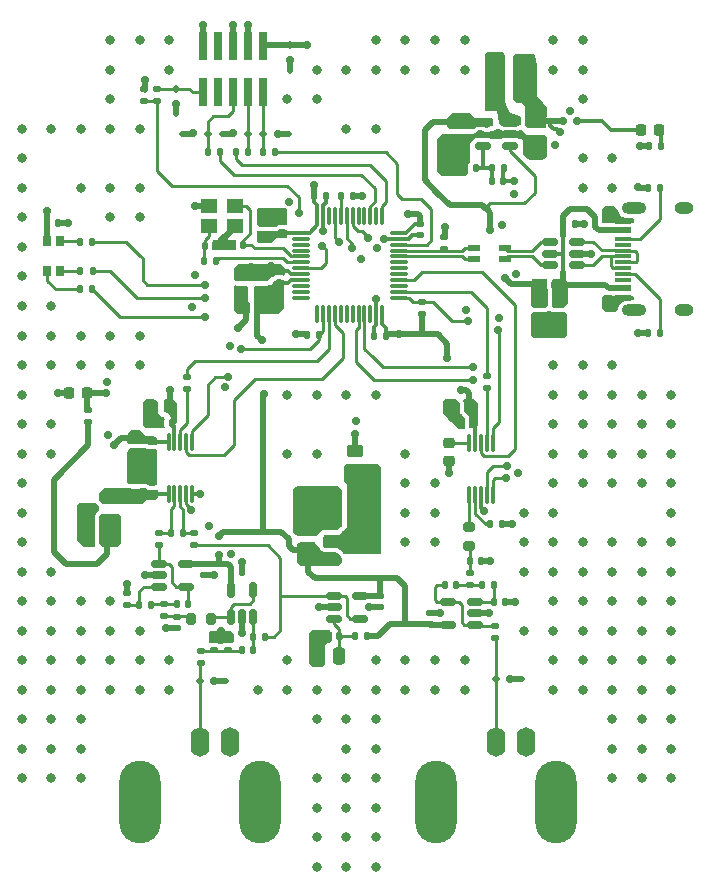
<source format=gtl>
%TF.GenerationSoftware,KiCad,Pcbnew,8.0.4+dfsg-1*%
%TF.CreationDate,2024-08-03T22:50:01-04:00*%
%TF.ProjectId,Mixed-Signal_Demo_PCB,4d697865-642d-4536-9967-6e616c5f4465,rev?*%
%TF.SameCoordinates,Original*%
%TF.FileFunction,Copper,L1,Top*%
%TF.FilePolarity,Positive*%
%FSLAX46Y46*%
G04 Gerber Fmt 4.6, Leading zero omitted, Abs format (unit mm)*
G04 Created by KiCad (PCBNEW 8.0.4+dfsg-1) date 2024-08-03 22:50:01*
%MOMM*%
%LPD*%
G01*
G04 APERTURE LIST*
G04 Aperture macros list*
%AMRoundRect*
0 Rectangle with rounded corners*
0 $1 Rounding radius*
0 $2 $3 $4 $5 $6 $7 $8 $9 X,Y pos of 4 corners*
0 Add a 4 corners polygon primitive as box body*
4,1,4,$2,$3,$4,$5,$6,$7,$8,$9,$2,$3,0*
0 Add four circle primitives for the rounded corners*
1,1,$1+$1,$2,$3*
1,1,$1+$1,$4,$5*
1,1,$1+$1,$6,$7*
1,1,$1+$1,$8,$9*
0 Add four rect primitives between the rounded corners*
20,1,$1+$1,$2,$3,$4,$5,0*
20,1,$1+$1,$4,$5,$6,$7,0*
20,1,$1+$1,$6,$7,$8,$9,0*
20,1,$1+$1,$8,$9,$2,$3,0*%
%AMFreePoly0*
4,1,9,3.862500,-0.866500,0.737500,-0.866500,0.737500,-0.450000,-0.737500,-0.450000,-0.737500,0.450000,0.737500,0.450000,0.737500,0.866500,3.862500,0.866500,3.862500,-0.866500,3.862500,-0.866500,$1*%
G04 Aperture macros list end*
%TA.AperFunction,SMDPad,CuDef*%
%ADD10RoundRect,0.075000X0.075000X-0.650000X0.075000X0.650000X-0.075000X0.650000X-0.075000X-0.650000X0*%
%TD*%
%TA.AperFunction,SMDPad,CuDef*%
%ADD11R,1.050000X0.600000*%
%TD*%
%TA.AperFunction,SMDPad,CuDef*%
%ADD12RoundRect,0.135000X-0.185000X0.135000X-0.185000X-0.135000X0.185000X-0.135000X0.185000X0.135000X0*%
%TD*%
%TA.AperFunction,SMDPad,CuDef*%
%ADD13RoundRect,0.140000X-0.140000X-0.170000X0.140000X-0.170000X0.140000X0.170000X-0.140000X0.170000X0*%
%TD*%
%TA.AperFunction,SMDPad,CuDef*%
%ADD14RoundRect,0.135000X-0.135000X-0.185000X0.135000X-0.185000X0.135000X0.185000X-0.135000X0.185000X0*%
%TD*%
%TA.AperFunction,SMDPad,CuDef*%
%ADD15RoundRect,0.140000X-0.170000X0.140000X-0.170000X-0.140000X0.170000X-0.140000X0.170000X0.140000X0*%
%TD*%
%TA.AperFunction,SMDPad,CuDef*%
%ADD16RoundRect,0.135000X0.135000X0.185000X-0.135000X0.185000X-0.135000X-0.185000X0.135000X-0.185000X0*%
%TD*%
%TA.AperFunction,SMDPad,CuDef*%
%ADD17RoundRect,0.140000X0.140000X0.170000X-0.140000X0.170000X-0.140000X-0.170000X0.140000X-0.170000X0*%
%TD*%
%TA.AperFunction,SMDPad,CuDef*%
%ADD18RoundRect,0.250000X0.250000X0.475000X-0.250000X0.475000X-0.250000X-0.475000X0.250000X-0.475000X0*%
%TD*%
%TA.AperFunction,SMDPad,CuDef*%
%ADD19RoundRect,0.225000X0.225000X0.250000X-0.225000X0.250000X-0.225000X-0.250000X0.225000X-0.250000X0*%
%TD*%
%TA.AperFunction,SMDPad,CuDef*%
%ADD20RoundRect,0.150000X0.512500X0.150000X-0.512500X0.150000X-0.512500X-0.150000X0.512500X-0.150000X0*%
%TD*%
%TA.AperFunction,SMDPad,CuDef*%
%ADD21RoundRect,0.225000X-0.250000X0.225000X-0.250000X-0.225000X0.250000X-0.225000X0.250000X0.225000X0*%
%TD*%
%TA.AperFunction,SMDPad,CuDef*%
%ADD22RoundRect,0.112500X-0.187500X-0.112500X0.187500X-0.112500X0.187500X0.112500X-0.187500X0.112500X0*%
%TD*%
%TA.AperFunction,SMDPad,CuDef*%
%ADD23RoundRect,0.150000X0.587500X0.150000X-0.587500X0.150000X-0.587500X-0.150000X0.587500X-0.150000X0*%
%TD*%
%TA.AperFunction,SMDPad,CuDef*%
%ADD24RoundRect,0.225000X0.250000X-0.225000X0.250000X0.225000X-0.250000X0.225000X-0.250000X-0.225000X0*%
%TD*%
%TA.AperFunction,SMDPad,CuDef*%
%ADD25RoundRect,0.112500X0.187500X0.112500X-0.187500X0.112500X-0.187500X-0.112500X0.187500X-0.112500X0*%
%TD*%
%TA.AperFunction,SMDPad,CuDef*%
%ADD26RoundRect,0.135000X0.185000X-0.135000X0.185000X0.135000X-0.185000X0.135000X-0.185000X-0.135000X0*%
%TD*%
%TA.AperFunction,SMDPad,CuDef*%
%ADD27RoundRect,0.150000X-0.512500X-0.150000X0.512500X-0.150000X0.512500X0.150000X-0.512500X0.150000X0*%
%TD*%
%TA.AperFunction,SMDPad,CuDef*%
%ADD28RoundRect,0.140000X0.170000X-0.140000X0.170000X0.140000X-0.170000X0.140000X-0.170000X-0.140000X0*%
%TD*%
%TA.AperFunction,SMDPad,CuDef*%
%ADD29RoundRect,0.225000X-0.225000X-0.250000X0.225000X-0.250000X0.225000X0.250000X-0.225000X0.250000X0*%
%TD*%
%TA.AperFunction,SMDPad,CuDef*%
%ADD30RoundRect,0.150000X0.150000X-0.512500X0.150000X0.512500X-0.150000X0.512500X-0.150000X-0.512500X0*%
%TD*%
%TA.AperFunction,SMDPad,CuDef*%
%ADD31RoundRect,0.218750X0.218750X0.256250X-0.218750X0.256250X-0.218750X-0.256250X0.218750X-0.256250X0*%
%TD*%
%TA.AperFunction,SMDPad,CuDef*%
%ADD32R,1.450000X0.600000*%
%TD*%
%TA.AperFunction,SMDPad,CuDef*%
%ADD33R,1.450000X0.300000*%
%TD*%
%TA.AperFunction,ComponentPad*%
%ADD34O,2.100000X1.000000*%
%TD*%
%TA.AperFunction,ComponentPad*%
%ADD35O,1.600000X1.000000*%
%TD*%
%TA.AperFunction,SMDPad,CuDef*%
%ADD36R,0.980000X3.400000*%
%TD*%
%TA.AperFunction,SMDPad,CuDef*%
%ADD37RoundRect,0.112500X0.112500X-0.187500X0.112500X0.187500X-0.112500X0.187500X-0.112500X-0.187500X0*%
%TD*%
%TA.AperFunction,SMDPad,CuDef*%
%ADD38RoundRect,0.250000X0.475000X-0.250000X0.475000X0.250000X-0.475000X0.250000X-0.475000X-0.250000X0*%
%TD*%
%TA.AperFunction,SMDPad,CuDef*%
%ADD39RoundRect,0.200000X0.200000X0.275000X-0.200000X0.275000X-0.200000X-0.275000X0.200000X-0.275000X0*%
%TD*%
%TA.AperFunction,SMDPad,CuDef*%
%ADD40RoundRect,0.250000X-0.475000X0.250000X-0.475000X-0.250000X0.475000X-0.250000X0.475000X0.250000X0*%
%TD*%
%TA.AperFunction,ComponentPad*%
%ADD41O,1.600000X2.500000*%
%TD*%
%TA.AperFunction,ComponentPad*%
%ADD42O,3.500000X7.000000*%
%TD*%
%TA.AperFunction,SMDPad,CuDef*%
%ADD43RoundRect,0.225000X-0.425000X-0.225000X0.425000X-0.225000X0.425000X0.225000X-0.425000X0.225000X0*%
%TD*%
%TA.AperFunction,SMDPad,CuDef*%
%ADD44FreePoly0,0.000000*%
%TD*%
%TA.AperFunction,SMDPad,CuDef*%
%ADD45R,0.750000X0.950000*%
%TD*%
%TA.AperFunction,SMDPad,CuDef*%
%ADD46RoundRect,0.075000X-0.662500X-0.075000X0.662500X-0.075000X0.662500X0.075000X-0.662500X0.075000X0*%
%TD*%
%TA.AperFunction,SMDPad,CuDef*%
%ADD47RoundRect,0.075000X-0.075000X-0.662500X0.075000X-0.662500X0.075000X0.662500X-0.075000X0.662500X0*%
%TD*%
%TA.AperFunction,SMDPad,CuDef*%
%ADD48R,1.400000X1.200000*%
%TD*%
%TA.AperFunction,SMDPad,CuDef*%
%ADD49RoundRect,0.147500X0.147500X0.172500X-0.147500X0.172500X-0.147500X-0.172500X0.147500X-0.172500X0*%
%TD*%
%TA.AperFunction,SMDPad,CuDef*%
%ADD50RoundRect,0.250000X-0.450000X0.262500X-0.450000X-0.262500X0.450000X-0.262500X0.450000X0.262500X0*%
%TD*%
%TA.AperFunction,SMDPad,CuDef*%
%ADD51R,0.740000X2.400000*%
%TD*%
%TA.AperFunction,SMDPad,CuDef*%
%ADD52RoundRect,0.200000X-0.275000X0.200000X-0.275000X-0.200000X0.275000X-0.200000X0.275000X0.200000X0*%
%TD*%
%TA.AperFunction,ViaPad*%
%ADD53C,0.700000*%
%TD*%
%TA.AperFunction,ViaPad*%
%ADD54C,0.800000*%
%TD*%
%TA.AperFunction,Conductor*%
%ADD55C,0.500000*%
%TD*%
%TA.AperFunction,Conductor*%
%ADD56C,0.300000*%
%TD*%
%TA.AperFunction,Conductor*%
%ADD57C,0.293370*%
%TD*%
%TA.AperFunction,Conductor*%
%ADD58C,0.261112*%
%TD*%
G04 APERTURE END LIST*
D10*
%TO.P,U403,1,VREF*%
%TO.N,/ADC/ADC_VREF*%
X100939466Y-100409466D03*
%TO.P,U403,2,-IN*%
%TO.N,/ADC/ADC_IN+*%
X101439467Y-100409466D03*
%TO.P,U403,3,+IN*%
%TO.N,/ADC/ADC_IN-*%
X101939466Y-100409466D03*
%TO.P,U403,4,GND*%
%TO.N,GND*%
X102439465Y-100409466D03*
%TO.P,U403,5,GND*%
X102939466Y-100409466D03*
%TO.P,U403,6,NCS*%
%TO.N,SPI1_NSS*%
X102939466Y-96009466D03*
%TO.P,U403,7,DOUT*%
%TO.N,SPI1_MISO*%
X102439465Y-96009466D03*
%TO.P,U403,8,SCLK*%
%TO.N,/ADC/ADC_SCLK*%
X101939466Y-96009466D03*
%TO.P,U403,9,VIO*%
%TO.N,+3.3V*%
X101439467Y-96009466D03*
%TO.P,U403,10,VA*%
%TO.N,+3.3VA*%
X100939466Y-96009466D03*
%TD*%
D11*
%TO.P,FL301,1,1*%
%TO.N,/MCU/USB_CMC_D-*%
X129450000Y-80560000D03*
%TO.P,FL301,2,2*%
%TO.N,/MCU/USB_CMC_D+*%
X129450000Y-79560000D03*
%TO.P,FL301,3,3*%
%TO.N,/MCU/USB_D+*%
X126800000Y-79560000D03*
%TO.P,FL301,4,4*%
%TO.N,/MCU/USB_D-*%
X126800000Y-80560000D03*
%TD*%
D12*
%TO.P,R505,1*%
%TO.N,SPI2_SCK*%
X127904466Y-90404467D03*
%TO.P,R505,2*%
%TO.N,/DAC/DAC_SCLK*%
X127904466Y-91424465D03*
%TD*%
D13*
%TO.P,C401,1*%
%TO.N,Net-(C401-Pad1)*%
X101620000Y-109750000D03*
%TO.P,C401,2*%
%TO.N,/ADC/IN_AA_BUF_OUT*%
X102580000Y-109750000D03*
%TD*%
D14*
%TO.P,R203,1*%
%TO.N,GND*%
X114364467Y-112454466D03*
%TO.P,R203,2*%
%TO.N,/Power/VREF*%
X115384465Y-112454466D03*
%TD*%
D15*
%TO.P,C304,1*%
%TO.N,+3.3V*%
X122250000Y-77570000D03*
%TO.P,C304,2*%
%TO.N,GND*%
X122250000Y-78530000D03*
%TD*%
D14*
%TO.P,R401,1*%
%TO.N,/ADC/IN_BUF*%
X108090001Y-112500000D03*
%TO.P,R401,2*%
%TO.N,VCOM*%
X109109999Y-112500000D03*
%TD*%
D13*
%TO.P,C305,1*%
%TO.N,+3.3V*%
X113270000Y-75200000D03*
%TO.P,C305,2*%
%TO.N,GND*%
X114230000Y-75200000D03*
%TD*%
D16*
%TO.P,R304,1*%
%TO.N,Net-(J301-CC2)*%
X142559999Y-74475000D03*
%TO.P,R304,2*%
%TO.N,GND*%
X141540001Y-74475000D03*
%TD*%
D14*
%TO.P,R312,1*%
%TO.N,/MCU/SWO_CONN*%
X104240001Y-71500000D03*
%TO.P,R312,2*%
%TO.N,/MCU/SWO*%
X105259999Y-71500000D03*
%TD*%
D15*
%TO.P,C410,1*%
%TO.N,+3.3VA*%
X99489466Y-96004466D03*
%TO.P,C410,2*%
%TO.N,GND*%
X99489466Y-96964466D03*
%TD*%
D17*
%TO.P,C501,1*%
%TO.N,Net-(C501-Pad1)*%
X125304464Y-108109466D03*
%TO.P,C501,2*%
%TO.N,/DAC/OUT_AA_BUF_OUT*%
X124344464Y-108109466D03*
%TD*%
D18*
%TO.P,C206,1*%
%TO.N,/Power/VREF*%
X115384465Y-114115534D03*
%TO.P,C206,2*%
%TO.N,GND*%
X113484467Y-114115534D03*
%TD*%
D19*
%TO.P,C412,1*%
%TO.N,+3.3V*%
X100939466Y-93059466D03*
%TO.P,C412,2*%
%TO.N,GND*%
X99389466Y-93059466D03*
%TD*%
D14*
%TO.P,R204,1*%
%TO.N,/Power/BUCK_FB*%
X128340000Y-72830166D03*
%TO.P,R204,2*%
%TO.N,+3.3V*%
X129360000Y-72830166D03*
%TD*%
D20*
%TO.P,U302,1,I/O1*%
%TO.N,/MCU/USB_CONN_D-*%
X135542500Y-81009999D03*
%TO.P,U302,2,GND*%
%TO.N,GND*%
X135542500Y-80060000D03*
%TO.P,U302,3,I/O2*%
%TO.N,/MCU/USB_CONN_D+*%
X135542500Y-79110001D03*
%TO.P,U302,4,I/O2*%
%TO.N,/MCU/USB_CMC_D+*%
X133267500Y-79110001D03*
%TO.P,U302,5,VBUS*%
%TO.N,VBUS*%
X133267500Y-80060000D03*
%TO.P,U302,6,I/O1*%
%TO.N,/MCU/USB_CMC_D-*%
X133267500Y-81009999D03*
%TD*%
D21*
%TO.P,C507,1*%
%TO.N,/DAC/DAC_VREF*%
X124704466Y-96089466D03*
%TO.P,C507,2*%
%TO.N,GND*%
X124704466Y-97639466D03*
%TD*%
D22*
%TO.P,D305,1,A1*%
%TO.N,GND*%
X102140001Y-69900000D03*
%TO.P,D305,2,A2*%
%TO.N,/MCU/SWO_CONN*%
X104240001Y-69900000D03*
%TD*%
D13*
%TO.P,C404,1*%
%TO.N,/ADC/IN_RF*%
X107134466Y-113604466D03*
%TO.P,C404,2*%
%TO.N,/ADC/IN_BUF*%
X108094466Y-113604466D03*
%TD*%
D23*
%TO.P,U404,1,IN*%
%TO.N,/ADC/ADC_REF_IN*%
X95976966Y-102584466D03*
%TO.P,U404,2,OUT*%
%TO.N,/ADC/ADC_VREF*%
X95976966Y-100684466D03*
%TO.P,U404,3,GND*%
%TO.N,GND*%
X94101965Y-101634466D03*
%TD*%
D14*
%TO.P,R202,1*%
%TO.N,/Power/VREF*%
X116744466Y-112464466D03*
%TO.P,R202,2*%
%TO.N,+3.3VA*%
X117764466Y-112464466D03*
%TD*%
D24*
%TO.P,C301,1*%
%TO.N,+3.3V*%
X109024466Y-78579467D03*
%TO.P,C301,2*%
%TO.N,GND*%
X109024466Y-77029467D03*
%TD*%
D12*
%TO.P,R504,1*%
%TO.N,/DAC/OUT_AA_BUF_OUT*%
X128539466Y-111554467D03*
%TO.P,R504,2*%
%TO.N,/DAC/IN*%
X128539466Y-112574465D03*
%TD*%
D25*
%TO.P,D501,1,A1*%
%TO.N,GND*%
X130739466Y-116089466D03*
%TO.P,D501,2,A2*%
%TO.N,/DAC/IN*%
X128639466Y-116089466D03*
%TD*%
D22*
%TO.P,D304,1,A1*%
%TO.N,GND*%
X105550000Y-69900000D03*
%TO.P,D304,2,A2*%
%TO.N,/MCU/SWCLK_CONN*%
X107650000Y-69900000D03*
%TD*%
D26*
%TO.P,R307,1*%
%TO.N,+3.3V*%
X122374466Y-85164466D03*
%TO.P,R307,2*%
%TO.N,SPI2_NSS*%
X122374466Y-84144468D03*
%TD*%
D27*
%TO.P,U202,1*%
%TO.N,VCOM*%
X114906966Y-109061966D03*
%TO.P,U202,2,V-*%
%TO.N,GND*%
X114906966Y-110011966D03*
%TO.P,U202,3,+*%
%TO.N,/Power/VREF*%
X114906966Y-110961966D03*
%TO.P,U202,4,-*%
%TO.N,VCOM*%
X117181966Y-110961966D03*
%TO.P,U202,5,V+*%
%TO.N,+3.3VA*%
X117181966Y-109061966D03*
%TD*%
D28*
%TO.P,C302,1*%
%TO.N,+3.3V*%
X110524466Y-78284467D03*
%TO.P,C302,2*%
%TO.N,GND*%
X110524466Y-77324467D03*
%TD*%
D13*
%TO.P,C505,1*%
%TO.N,Net-(C505-Pad1)*%
X126419464Y-106059465D03*
%TO.P,C505,2*%
%TO.N,GND*%
X127379464Y-106059465D03*
%TD*%
D29*
%TO.P,C502,1*%
%TO.N,GND*%
X124829466Y-93014466D03*
%TO.P,C502,2*%
%TO.N,+3.3V*%
X126379466Y-93014466D03*
%TD*%
D14*
%TO.P,R503,1*%
%TO.N,Net-(C501-Pad1)*%
X127440001Y-108109466D03*
%TO.P,R503,2*%
%TO.N,/DAC/OUT_AA_BUF_IN*%
X128459999Y-108109466D03*
%TD*%
D16*
%TO.P,R405,1*%
%TO.N,Net-(C401-Pad1)*%
X99449465Y-109789466D03*
%TO.P,R405,2*%
%TO.N,/ADC/IN_AA_BUF_IN*%
X98429467Y-109789466D03*
%TD*%
D12*
%TO.P,R306,1*%
%TO.N,+3.3V*%
X124275000Y-78670001D03*
%TO.P,R306,2*%
%TO.N,/MCU/USB_D+*%
X124275000Y-79689999D03*
%TD*%
D17*
%TO.P,C411,1*%
%TO.N,+3.3V*%
X101219466Y-94409466D03*
%TO.P,C411,2*%
%TO.N,GND*%
X100259466Y-94409466D03*
%TD*%
D30*
%TO.P,U401,1*%
%TO.N,/ADC/IN_BUF_OUT*%
X106214467Y-110851966D03*
%TO.P,U401,2,V-*%
%TO.N,GND*%
X107164466Y-110851966D03*
%TO.P,U401,3,+*%
%TO.N,/ADC/IN_BUF*%
X108114465Y-110851966D03*
%TO.P,U401,4,-*%
%TO.N,/ADC/IN_BUF_OUT*%
X108114465Y-108576966D03*
%TO.P,U401,5,V+*%
%TO.N,+3.3VA*%
X106214467Y-108576966D03*
%TD*%
D19*
%TO.P,C414,1*%
%TO.N,/ADC/ADC_REF_IN*%
X95739466Y-104234466D03*
%TO.P,C414,2*%
%TO.N,GND*%
X94189466Y-104234466D03*
%TD*%
D13*
%TO.P,C503,1*%
%TO.N,GND*%
X125699466Y-94414466D03*
%TO.P,C503,2*%
%TO.N,+3.3V*%
X126659466Y-94414466D03*
%TD*%
D16*
%TO.P,R313,1*%
%TO.N,/MCU/TIM4_CH2*%
X94500000Y-81550000D03*
%TO.P,R313,2*%
%TO.N,/MCU/LED_B_k*%
X93480002Y-81550000D03*
%TD*%
%TO.P,R301,1*%
%TO.N,GND*%
X116519998Y-75200000D03*
%TO.P,R301,2*%
%TO.N,/MCU/BOOT0*%
X115500000Y-75200000D03*
%TD*%
D26*
%TO.P,R410,1*%
%TO.N,/ADC/ADC_SCLK*%
X102500000Y-91559999D03*
%TO.P,R410,2*%
%TO.N,SPI1_SCK*%
X102500000Y-90540001D03*
%TD*%
D16*
%TO.P,R311,1*%
%TO.N,/MCU/SWCLK_CONN*%
X107659999Y-71500000D03*
%TO.P,R311,2*%
%TO.N,/MCU/SWCLK*%
X106640001Y-71500000D03*
%TD*%
D31*
%TO.P,D201,1,K*%
%TO.N,Net-(D201-K)*%
X142487500Y-69600000D03*
%TO.P,D201,2,A*%
%TO.N,+3.3V*%
X140912500Y-69600000D03*
%TD*%
D16*
%TO.P,R308,1*%
%TO.N,/MCU/TIM4_CH3*%
X94459999Y-79050000D03*
%TO.P,R308,2*%
%TO.N,/MCU/LED_R_k*%
X93440001Y-79050000D03*
%TD*%
D25*
%TO.P,D303,1,A1*%
%TO.N,GND*%
X111050000Y-69900000D03*
%TO.P,D303,2,A2*%
%TO.N,/MCU/SWDIO_CONN*%
X108950000Y-69900000D03*
%TD*%
D12*
%TO.P,R409,1*%
%TO.N,+5V*%
X94100000Y-93280002D03*
%TO.P,R409,2*%
%TO.N,/ADC/ADC_REF_IN*%
X94100000Y-94300000D03*
%TD*%
D32*
%TO.P,J301,A1,GND*%
%TO.N,GND*%
X139454466Y-83804466D03*
%TO.P,J301,A4,VBUS*%
%TO.N,VBUS*%
X139454466Y-83004466D03*
D33*
%TO.P,J301,A5,CC1*%
%TO.N,Net-(J301-CC1)*%
X139454466Y-81804466D03*
%TO.P,J301,A6,D+*%
%TO.N,/MCU/USB_CONN_D+*%
X139454466Y-80804466D03*
%TO.P,J301,A7,D-*%
%TO.N,/MCU/USB_CONN_D-*%
X139454466Y-80304466D03*
%TO.P,J301,A8,SBU1*%
%TO.N,unconnected-(J301-SBU1-PadA8)*%
X139454466Y-79304466D03*
D32*
%TO.P,J301,A9,VBUS*%
%TO.N,VBUS*%
X139454466Y-78104466D03*
%TO.P,J301,A12,GND*%
%TO.N,GND*%
X139454466Y-77304466D03*
%TO.P,J301,B1,GND*%
X139454466Y-77304466D03*
%TO.P,J301,B4,VBUS*%
%TO.N,VBUS*%
X139454466Y-78104466D03*
D33*
%TO.P,J301,B5,CC2*%
%TO.N,Net-(J301-CC2)*%
X139454466Y-78804466D03*
%TO.P,J301,B6,D+*%
%TO.N,/MCU/USB_CONN_D+*%
X139454466Y-79804466D03*
%TO.P,J301,B7,D-*%
%TO.N,/MCU/USB_CONN_D-*%
X139454466Y-81304466D03*
%TO.P,J301,B8,SBU2*%
%TO.N,unconnected-(J301-SBU2-PadB8)*%
X139454466Y-82304466D03*
D32*
%TO.P,J301,B9,VBUS*%
%TO.N,VBUS*%
X139454466Y-83004466D03*
%TO.P,J301,B12,GND*%
%TO.N,GND*%
X139454466Y-83804466D03*
D34*
%TO.P,J301,S1,SHIELD*%
%TO.N,unconnected-(J301-SHIELD-PadS1)*%
X140369466Y-84874466D03*
D35*
%TO.N,unconnected-(J301-SHIELD-PadS1)_1*%
X144549466Y-84874466D03*
D34*
%TO.N,unconnected-(J301-SHIELD-PadS1)_3*%
X140369466Y-76234466D03*
D35*
%TO.N,unconnected-(J301-SHIELD-PadS1)_2*%
X144549466Y-76234466D03*
%TD*%
D28*
%TO.P,C306,1*%
%TO.N,+3.3VA*%
X110315000Y-82530000D03*
%TO.P,C306,2*%
%TO.N,GND*%
X110315000Y-81570000D03*
%TD*%
D13*
%TO.P,C506,1*%
%TO.N,/DAC/OUT_AA_BUF_IN*%
X128470000Y-109550000D03*
%TO.P,C506,2*%
%TO.N,GND*%
X129430000Y-109550000D03*
%TD*%
D21*
%TO.P,C409,1*%
%TO.N,+3.3VA*%
X98139466Y-95709466D03*
%TO.P,C409,2*%
%TO.N,GND*%
X98139466Y-97259466D03*
%TD*%
D13*
%TO.P,C408,1*%
%TO.N,/ADC/ADC_IN+*%
X101170000Y-103750000D03*
%TO.P,C408,2*%
%TO.N,/ADC/ADC_IN-*%
X102130000Y-103750000D03*
%TD*%
D14*
%TO.P,R506,1*%
%TO.N,/DAC/DAC_OUT_B*%
X128190000Y-103000000D03*
%TO.P,R506,2*%
%TO.N,GND*%
X129210000Y-103000000D03*
%TD*%
D36*
%TO.P,L202,1*%
%TO.N,/Power/BUCK_SW*%
X128479998Y-65050000D03*
%TO.P,L202,2*%
%TO.N,+3.3V*%
X130850000Y-65050000D03*
%TD*%
D28*
%TO.P,C416,1*%
%TO.N,/ADC/ADC_VREF*%
X99514466Y-100389466D03*
%TO.P,C416,2*%
%TO.N,GND*%
X99514466Y-99429466D03*
%TD*%
D26*
%TO.P,R408,1*%
%TO.N,VCOM*%
X103125000Y-104759999D03*
%TO.P,R408,2*%
%TO.N,/ADC/ADC_IN-*%
X103125000Y-103740001D03*
%TD*%
D37*
%TO.P,D302,1,A1*%
%TO.N,GND*%
X111194466Y-64484466D03*
%TO.P,D302,2,A2*%
%TO.N,+3.3V*%
X111194466Y-62384466D03*
%TD*%
D38*
%TO.P,C205,1*%
%TO.N,+3.3VA*%
X112751966Y-105174465D03*
%TO.P,C205,2*%
%TO.N,GND*%
X112751966Y-103274467D03*
%TD*%
D12*
%TO.P,R502,1*%
%TO.N,Net-(C505-Pad1)*%
X126424464Y-107099467D03*
%TO.P,R502,2*%
%TO.N,Net-(C501-Pad1)*%
X126424464Y-108119465D03*
%TD*%
D28*
%TO.P,C313,1*%
%TO.N,/MCU/NRST*%
X98900000Y-67130000D03*
%TO.P,C313,2*%
%TO.N,GND*%
X98900000Y-66170000D03*
%TD*%
D26*
%TO.P,R402,1*%
%TO.N,/ADC/IN*%
X103664466Y-114764465D03*
%TO.P,R402,2*%
%TO.N,/ADC/IN_RF*%
X103664466Y-113744467D03*
%TD*%
D24*
%TO.P,C308,1*%
%TO.N,+3.3V*%
X107115000Y-83325000D03*
%TO.P,C308,2*%
%TO.N,GND*%
X107115000Y-81775000D03*
%TD*%
D28*
%TO.P,C403,1*%
%TO.N,GND*%
X103939466Y-107294466D03*
%TO.P,C403,2*%
%TO.N,+3.3VA*%
X103939466Y-106334466D03*
%TD*%
D20*
%TO.P,U203,1,EN*%
%TO.N,+5V*%
X129864466Y-70929465D03*
%TO.P,U203,2,GND*%
%TO.N,GND*%
X129864466Y-69979466D03*
%TO.P,U203,3,SW*%
%TO.N,/Power/BUCK_SW*%
X129864466Y-69029467D03*
%TO.P,U203,4,VIN*%
%TO.N,+5V*%
X127589466Y-69029467D03*
%TO.P,U203,5,FB*%
%TO.N,/Power/BUCK_FB*%
X127589466Y-70929465D03*
%TD*%
D18*
%TO.P,C204,1*%
%TO.N,/Power/+5V_FILT*%
X116701965Y-100674466D03*
%TO.P,C204,2*%
%TO.N,GND*%
X114801967Y-100674466D03*
%TD*%
D39*
%TO.P,R403,1*%
%TO.N,/ADC/IN_BUF_OUT*%
X104525000Y-111000000D03*
%TO.P,R403,2*%
%TO.N,Net-(C406-Pad1)*%
X102875000Y-111000000D03*
%TD*%
D12*
%TO.P,R314,1*%
%TO.N,/MCU/NRST_CONN*%
X99950000Y-66140001D03*
%TO.P,R314,2*%
%TO.N,/MCU/NRST*%
X99950000Y-67159999D03*
%TD*%
D25*
%TO.P,D401,1,A1*%
%TO.N,GND*%
X105689466Y-116289466D03*
%TO.P,D401,2,A2*%
%TO.N,/ADC/IN*%
X103589466Y-116289466D03*
%TD*%
D17*
%TO.P,C303,1*%
%TO.N,+3.3V*%
X119330000Y-87000000D03*
%TO.P,C303,2*%
%TO.N,GND*%
X118370000Y-87000000D03*
%TD*%
D40*
%TO.P,C208,1*%
%TO.N,+3.3V*%
X132000000Y-68800001D03*
%TO.P,C208,2*%
%TO.N,GND*%
X132000000Y-70699999D03*
%TD*%
D24*
%TO.P,C307,1*%
%TO.N,+3.3VA*%
X108815000Y-83325000D03*
%TO.P,C307,2*%
%TO.N,GND*%
X108815000Y-81775000D03*
%TD*%
D17*
%TO.P,C402,1*%
%TO.N,GND*%
X107180000Y-107050000D03*
%TO.P,C402,2*%
%TO.N,+3.3VA*%
X106220000Y-107050000D03*
%TD*%
D28*
%TO.P,C201,1*%
%TO.N,GND*%
X118814466Y-109974466D03*
%TO.P,C201,2*%
%TO.N,+3.3VA*%
X118814466Y-109014466D03*
%TD*%
%TO.P,C405,1*%
%TO.N,/ADC/IN_RF*%
X105964466Y-113634466D03*
%TO.P,C405,2*%
%TO.N,GND*%
X105964466Y-112674466D03*
%TD*%
D21*
%TO.P,C203,1*%
%TO.N,+5V*%
X132325000Y-84000000D03*
%TO.P,C203,2*%
%TO.N,GND*%
X132325000Y-85550000D03*
%TD*%
D41*
%TO.P,J401,1,In*%
%TO.N,/ADC/IN*%
X103639466Y-121384466D03*
D42*
%TO.P,J401,2,Ext*%
%TO.N,GND*%
X108719466Y-126464466D03*
D41*
X106179466Y-121384466D03*
D42*
X98559466Y-126464466D03*
%TD*%
D12*
%TO.P,R407,1*%
%TO.N,GND*%
X104789466Y-112644467D03*
%TO.P,R407,2*%
%TO.N,/ADC/IN_RF*%
X104789466Y-113664465D03*
%TD*%
D15*
%TO.P,C504,1*%
%TO.N,GND*%
X123049464Y-110504465D03*
%TO.P,C504,2*%
%TO.N,+3.3VA*%
X123049464Y-111464465D03*
%TD*%
D27*
%TO.P,U402,1*%
%TO.N,/ADC/IN_AA_BUF_OUT*%
X100151966Y-106351967D03*
%TO.P,U402,2,V-*%
%TO.N,GND*%
X100151966Y-107301966D03*
%TO.P,U402,3,+*%
%TO.N,/ADC/IN_AA_BUF_IN*%
X100151966Y-108251965D03*
%TO.P,U402,4,-*%
%TO.N,/ADC/IN_AA_BUF_OUT*%
X102426966Y-108251965D03*
%TO.P,U402,5,V+*%
%TO.N,+3.3VA*%
X102426966Y-106351967D03*
%TD*%
D43*
%TO.P,U201,1,GND*%
%TO.N,GND*%
X114789466Y-102899466D03*
D44*
%TO.P,U201,2,VIN*%
%TO.N,/Power/+5V_FILT*%
X114876967Y-104399466D03*
D43*
%TO.P,U201,3,VOUT*%
%TO.N,+3.3VA*%
X114789466Y-105899466D03*
%TD*%
D13*
%TO.P,C310,1*%
%TO.N,/MCU/XTAL_IN*%
X104010000Y-79400000D03*
%TO.P,C310,2*%
%TO.N,GND*%
X104970000Y-79400000D03*
%TD*%
D14*
%TO.P,R206,1*%
%TO.N,GND*%
X125907321Y-72830166D03*
%TO.P,R206,2*%
%TO.N,/Power/BUCK_FB*%
X126927321Y-72830166D03*
%TD*%
D19*
%TO.P,C413,1*%
%TO.N,+5V*%
X94075000Y-91855002D03*
%TO.P,C413,2*%
%TO.N,GND*%
X92525000Y-91855002D03*
%TD*%
D45*
%TO.P,D301,1,GK*%
%TO.N,/MCU/LED_G_k*%
X90665001Y-81575000D03*
%TO.P,D301,2,A*%
%TO.N,+3.3V*%
X90665001Y-79025000D03*
%TO.P,D301,3,RK*%
%TO.N,/MCU/LED_R_k*%
X91715001Y-79025000D03*
%TO.P,D301,4,BK*%
%TO.N,/MCU/LED_B_k*%
X91715001Y-81575000D03*
%TD*%
D13*
%TO.P,C312,1*%
%TO.N,+3.3V*%
X90660001Y-77475000D03*
%TO.P,C312,2*%
%TO.N,GND*%
X91620001Y-77475000D03*
%TD*%
D15*
%TO.P,C406,1*%
%TO.N,Net-(C406-Pad1)*%
X101625000Y-110795000D03*
%TO.P,C406,2*%
%TO.N,GND*%
X101625000Y-111755000D03*
%TD*%
D41*
%TO.P,J501,1,In*%
%TO.N,/DAC/IN*%
X128639466Y-121384466D03*
D42*
%TO.P,J501,2,Ext*%
%TO.N,GND*%
X133719466Y-126464466D03*
D41*
X131179466Y-121384466D03*
D42*
X123559466Y-126464466D03*
%TD*%
D14*
%TO.P,R205,1*%
%TO.N,GND*%
X141590001Y-70950000D03*
%TO.P,R205,2*%
%TO.N,Net-(D201-K)*%
X142609999Y-70950000D03*
%TD*%
D20*
%TO.P,U501,1*%
%TO.N,/DAC/OUT_AA_BUF_OUT*%
X126911964Y-111471965D03*
%TO.P,U501,2,V-*%
%TO.N,GND*%
X126911964Y-110521966D03*
%TO.P,U501,3,+*%
%TO.N,/DAC/OUT_AA_BUF_IN*%
X126911964Y-109571967D03*
%TO.P,U501,4,-*%
%TO.N,/DAC/OUT_AA_BUF_OUT*%
X124636964Y-109571967D03*
%TO.P,U501,5,V+*%
%TO.N,+3.3VA*%
X124636964Y-111471965D03*
%TD*%
D14*
%TO.P,R302,1*%
%TO.N,+3.3V*%
X112690000Y-86950000D03*
%TO.P,R302,2*%
%TO.N,SPI1_NSS*%
X113710000Y-86950000D03*
%TD*%
D40*
%TO.P,C207,1*%
%TO.N,+5V*%
X125400000Y-68950001D03*
%TO.P,C207,2*%
%TO.N,GND*%
X125400000Y-70849999D03*
%TD*%
D46*
%TO.P,U301,1,VBAT*%
%TO.N,+3.3V*%
X112111966Y-78304467D03*
%TO.P,U301,2,PC13*%
%TO.N,unconnected-(U301-PC13-Pad2)*%
X112111966Y-78804467D03*
%TO.P,U301,3,PC14*%
%TO.N,unconnected-(U301-PC14-Pad3)*%
X112111966Y-79304467D03*
%TO.P,U301,4,PC15*%
%TO.N,unconnected-(U301-PC15-Pad4)*%
X112111966Y-79804467D03*
%TO.P,U301,5,PD0*%
%TO.N,/MCU/HSE_IN*%
X112111966Y-80304467D03*
%TO.P,U301,6,PD1*%
%TO.N,/MCU/HSE_OUT*%
X112111966Y-80804467D03*
%TO.P,U301,7,NRST*%
%TO.N,/MCU/NRST*%
X112111966Y-81304467D03*
%TO.P,U301,8,VSSA*%
%TO.N,GND*%
X112111966Y-81804467D03*
%TO.P,U301,9,VDDA*%
%TO.N,+3.3VA*%
X112111966Y-82304467D03*
%TO.P,U301,10,PA0*%
%TO.N,unconnected-(U301-PA0-Pad10)*%
X112111966Y-82804467D03*
%TO.P,U301,11,PA1*%
%TO.N,unconnected-(U301-PA1-Pad11)*%
X112111966Y-83304467D03*
%TO.P,U301,12,PA2*%
%TO.N,unconnected-(U301-PA2-Pad12)*%
X112111966Y-83804467D03*
D47*
%TO.P,U301,13,PA3*%
%TO.N,unconnected-(U301-PA3-Pad13)*%
X113524466Y-85216967D03*
%TO.P,U301,14,PA4*%
%TO.N,SPI1_NSS*%
X114024466Y-85216967D03*
%TO.P,U301,15,PA5*%
%TO.N,SPI1_SCK*%
X114524466Y-85216967D03*
%TO.P,U301,16,PA6*%
%TO.N,SPI1_MISO*%
X115024466Y-85216967D03*
%TO.P,U301,17,PA7*%
%TO.N,unconnected-(U301-PA7-Pad17)*%
X115524466Y-85216967D03*
%TO.P,U301,18,PB0*%
%TO.N,unconnected-(U301-PB0-Pad18)*%
X116024466Y-85216967D03*
%TO.P,U301,19,PB1*%
%TO.N,unconnected-(U301-PB1-Pad19)*%
X116524466Y-85216967D03*
%TO.P,U301,20,PB2*%
%TO.N,DAC_NCLR*%
X117024466Y-85216967D03*
%TO.P,U301,21,PB10*%
%TO.N,DAC_NLDAC*%
X117524466Y-85216967D03*
%TO.P,U301,22,PB11*%
%TO.N,unconnected-(U301-PB11-Pad22)*%
X118024466Y-85216967D03*
%TO.P,U301,23,VSS*%
%TO.N,GND*%
X118524466Y-85216967D03*
%TO.P,U301,24,VDD*%
%TO.N,+3.3V*%
X119024466Y-85216967D03*
D46*
%TO.P,U301,25,PB12*%
%TO.N,SPI2_NSS*%
X120436966Y-83804467D03*
%TO.P,U301,26,PB13*%
%TO.N,SPI2_SCK*%
X120436966Y-83304467D03*
%TO.P,U301,27,PB14*%
%TO.N,unconnected-(U301-PB14-Pad27)*%
X120436966Y-82804467D03*
%TO.P,U301,28,PB15*%
%TO.N,SPI2_MOSI*%
X120436966Y-82304467D03*
%TO.P,U301,29,PA8*%
%TO.N,unconnected-(U301-PA8-Pad29)*%
X120436966Y-81804467D03*
%TO.P,U301,30,PA9*%
%TO.N,unconnected-(U301-PA9-Pad30)*%
X120436966Y-81304467D03*
%TO.P,U301,31,PA10*%
%TO.N,unconnected-(U301-PA10-Pad31)*%
X120436966Y-80804467D03*
%TO.P,U301,32,PA11*%
%TO.N,/MCU/USB_D-*%
X120436966Y-80304467D03*
%TO.P,U301,33,PA12*%
%TO.N,/MCU/USB_D+*%
X120436966Y-79804467D03*
%TO.P,U301,34,PA13*%
%TO.N,/MCU/SWDIO*%
X120436966Y-79304467D03*
%TO.P,U301,35,VSS*%
%TO.N,GND*%
X120436966Y-78804467D03*
%TO.P,U301,36,VDD*%
%TO.N,+3.3V*%
X120436966Y-78304467D03*
D47*
%TO.P,U301,37,PA14*%
%TO.N,/MCU/SWCLK*%
X119024466Y-76891967D03*
%TO.P,U301,38,PA15*%
%TO.N,unconnected-(U301-PA15-Pad38)*%
X118524466Y-76891967D03*
%TO.P,U301,39,PB3*%
%TO.N,/MCU/SWO*%
X118024466Y-76891967D03*
%TO.P,U301,40,PB4*%
%TO.N,unconnected-(U301-PB4-Pad40)*%
X117524466Y-76891967D03*
%TO.P,U301,41,PB5*%
%TO.N,unconnected-(U301-PB5-Pad41)*%
X117024466Y-76891967D03*
%TO.P,U301,42,PB6*%
%TO.N,/MCU/TIM4_CH1*%
X116524466Y-76891967D03*
%TO.P,U301,43,PB7*%
%TO.N,/MCU/TIM4_CH2*%
X116024466Y-76891967D03*
%TO.P,U301,44,BOOT0*%
%TO.N,/MCU/BOOT0*%
X115524466Y-76891967D03*
%TO.P,U301,45,PB8*%
%TO.N,/MCU/TIM4_CH3*%
X115024466Y-76891967D03*
%TO.P,U301,46,PB9*%
%TO.N,unconnected-(U301-PB9-Pad46)*%
X114524466Y-76891967D03*
%TO.P,U301,47,VSS*%
%TO.N,GND*%
X114024466Y-76891967D03*
%TO.P,U301,48,VDD*%
%TO.N,+3.3V*%
X113524466Y-76891967D03*
%TD*%
D24*
%TO.P,C415,1*%
%TO.N,/ADC/ADC_VREF*%
X98139466Y-100709466D03*
%TO.P,C415,2*%
%TO.N,GND*%
X98139466Y-99159466D03*
%TD*%
D48*
%TO.P,Y301,1,1*%
%TO.N,/MCU/HSE_IN*%
X106570000Y-76050000D03*
%TO.P,Y301,2,2*%
%TO.N,GND*%
X104370000Y-76050000D03*
%TO.P,Y301,3,3*%
%TO.N,/MCU/XTAL_IN*%
X104370000Y-77750000D03*
%TO.P,Y301,4,4*%
%TO.N,GND*%
X106570000Y-77750000D03*
%TD*%
D49*
%TO.P,L201,1*%
%TO.N,VBUS*%
X133635000Y-82700000D03*
%TO.P,L201,2*%
%TO.N,+5V*%
X132665000Y-82700000D03*
%TD*%
D50*
%TO.P,R201,1*%
%TO.N,+5V*%
X116726966Y-96736966D03*
%TO.P,R201,2*%
%TO.N,/Power/+5V_FILT*%
X116726966Y-98561966D03*
%TD*%
D16*
%TO.P,R310,1*%
%TO.N,/MCU/TIM4_CH1*%
X94459999Y-83100000D03*
%TO.P,R310,2*%
%TO.N,/MCU/LED_G_k*%
X93440001Y-83100000D03*
%TD*%
D28*
%TO.P,C407,1*%
%TO.N,/ADC/IN_AA_BUF_IN*%
X97400000Y-109780000D03*
%TO.P,C407,2*%
%TO.N,GND*%
X97400000Y-108820000D03*
%TD*%
D17*
%TO.P,C309,1*%
%TO.N,/MCU/HSE_IN*%
X107260000Y-79360000D03*
%TO.P,C309,2*%
%TO.N,GND*%
X106300000Y-79360000D03*
%TD*%
%TO.P,C209,1*%
%TO.N,+3.3V*%
X129280000Y-73950000D03*
%TO.P,C209,2*%
%TO.N,/Power/BUCK_FB*%
X128320000Y-73950000D03*
%TD*%
D21*
%TO.P,C202,1*%
%TO.N,VBUS*%
X133975000Y-84000000D03*
%TO.P,C202,2*%
%TO.N,GND*%
X133975000Y-85550000D03*
%TD*%
D14*
%TO.P,R305,1*%
%TO.N,/MCU/XTAL_IN*%
X103960000Y-80650000D03*
%TO.P,R305,2*%
%TO.N,/MCU/HSE_OUT*%
X104980000Y-80650000D03*
%TD*%
D26*
%TO.P,R406,1*%
%TO.N,/ADC/IN_AA_BUF_OUT*%
X100125000Y-104759999D03*
%TO.P,R406,2*%
%TO.N,/ADC/ADC_IN+*%
X100125000Y-103740001D03*
%TD*%
D49*
%TO.P,L301,1*%
%TO.N,+3.3VA*%
X108450000Y-84700000D03*
%TO.P,L301,2*%
%TO.N,+3.3V*%
X107480000Y-84700000D03*
%TD*%
D37*
%TO.P,D306,1,A1*%
%TO.N,GND*%
X101550000Y-68200000D03*
%TO.P,D306,2,A2*%
%TO.N,/MCU/NRST_CONN*%
X101550000Y-66100000D03*
%TD*%
D17*
%TO.P,C311,1*%
%TO.N,GND*%
X135330000Y-77525000D03*
%TO.P,C311,2*%
%TO.N,VBUS*%
X134370000Y-77525000D03*
%TD*%
D16*
%TO.P,R303,1*%
%TO.N,Net-(J301-CC1)*%
X142559999Y-86750000D03*
%TO.P,R303,2*%
%TO.N,GND*%
X141540001Y-86750000D03*
%TD*%
D26*
%TO.P,R404,1*%
%TO.N,Net-(C406-Pad1)*%
X100525000Y-110784999D03*
%TO.P,R404,2*%
%TO.N,Net-(C401-Pad1)*%
X100525000Y-109765001D03*
%TD*%
D10*
%TO.P,U502,1,VOUT_A*%
%TO.N,/DAC/DAC_OUT_A*%
X126404466Y-100489466D03*
%TO.P,U502,2,VOUT_B*%
%TO.N,/DAC/DAC_OUT_B*%
X126904467Y-100489466D03*
%TO.P,U502,3,GND*%
%TO.N,GND*%
X127404466Y-100489466D03*
%TO.P,U502,4,~{LDAC}*%
%TO.N,DAC_NLDAC*%
X127904465Y-100489466D03*
%TO.P,U502,5,~{CLR}*%
%TO.N,DAC_NCLR*%
X128404466Y-100489466D03*
%TO.P,U502,6,~{SYNC}*%
%TO.N,SPI2_NSS*%
X128404466Y-96089466D03*
%TO.P,U502,7,SCLK*%
%TO.N,/DAC/DAC_SCLK*%
X127904465Y-96089466D03*
%TO.P,U502,8,DIN*%
%TO.N,SPI2_MOSI*%
X127404466Y-96089466D03*
%TO.P,U502,9,AVDD*%
%TO.N,+3.3V*%
X126904467Y-96089466D03*
%TO.P,U502,10,VREFIN/VREFOUT*%
%TO.N,/DAC/DAC_VREF*%
X126404466Y-96089466D03*
%TD*%
D14*
%TO.P,R309,1*%
%TO.N,/MCU/SWDIO_CONN*%
X108940001Y-71500000D03*
%TO.P,R309,2*%
%TO.N,/MCU/SWDIO*%
X109959999Y-71500000D03*
%TD*%
D51*
%TO.P,J302,1,Pin_1*%
%TO.N,+3.3V*%
X108934466Y-62484466D03*
%TO.P,J302,2,Pin_2*%
%TO.N,/MCU/SWDIO_CONN*%
X108934466Y-66384466D03*
%TO.P,J302,3,Pin_3*%
%TO.N,GND*%
X107664466Y-62484466D03*
%TO.P,J302,4,Pin_4*%
%TO.N,/MCU/SWCLK_CONN*%
X107664466Y-66384466D03*
%TO.P,J302,5,Pin_5*%
%TO.N,GND*%
X106394466Y-62484466D03*
%TO.P,J302,6,Pin_6*%
%TO.N,/MCU/SWO_CONN*%
X106394466Y-66384466D03*
%TO.P,J302,7,Pin_7*%
%TO.N,unconnected-(J302-Pin_7-Pad7)*%
X105124466Y-62484466D03*
%TO.P,J302,8,Pin_8*%
%TO.N,unconnected-(J302-Pin_8-Pad8)*%
X105124466Y-66384466D03*
%TO.P,J302,9,Pin_9*%
%TO.N,GND*%
X103854466Y-62484466D03*
%TO.P,J302,10,Pin_10*%
%TO.N,/MCU/NRST_CONN*%
X103854466Y-66384466D03*
%TD*%
D52*
%TO.P,R501,1*%
%TO.N,/DAC/DAC_OUT_A*%
X126400000Y-103175000D03*
%TO.P,R501,2*%
%TO.N,Net-(C505-Pad1)*%
X126400000Y-104825000D03*
%TD*%
D53*
%TO.N,+3.3VA*%
X105200000Y-103950000D03*
X105200000Y-105550000D03*
X108850000Y-87403315D03*
X96350000Y-96250000D03*
X109000000Y-91950000D03*
D54*
%TO.N,GND*%
X98500000Y-117000000D03*
D53*
X113500000Y-102200000D03*
D54*
X138500000Y-104500000D03*
X143500000Y-94500000D03*
D53*
X113700000Y-110000000D03*
X106150000Y-87850000D03*
X128350000Y-70000000D03*
D54*
X141000000Y-92000000D03*
D53*
X140725000Y-74450000D03*
D54*
X136000000Y-97000000D03*
X143500000Y-102000000D03*
X91000000Y-84500000D03*
X101000000Y-117000000D03*
X136000000Y-114500000D03*
X141000000Y-99500000D03*
D53*
X107950000Y-81160000D03*
D54*
X136000000Y-109500000D03*
D53*
X103160000Y-76050000D03*
D54*
X138500000Y-122000000D03*
X88500000Y-107000000D03*
X116000000Y-69500000D03*
X136000000Y-67000000D03*
X131000000Y-112000000D03*
X113500000Y-117000000D03*
X136000000Y-64500000D03*
D53*
X99470000Y-94090000D03*
D54*
X123500000Y-99500000D03*
X118500000Y-129500000D03*
X88500000Y-99500000D03*
D53*
X128100000Y-110520000D03*
D54*
X123500000Y-104500000D03*
D53*
X111200000Y-63680000D03*
D54*
X133500000Y-104500000D03*
X141000000Y-94500000D03*
D53*
X105750000Y-91400000D03*
D54*
X116000000Y-92000000D03*
X91000000Y-87000000D03*
X101000000Y-64500000D03*
X88500000Y-82000000D03*
X96000000Y-114500000D03*
X121000000Y-117000000D03*
D53*
X106394466Y-69895533D03*
D54*
X133500000Y-89500000D03*
D53*
X104400000Y-103150000D03*
D54*
X141000000Y-107000000D03*
X141000000Y-112000000D03*
X121000000Y-102000000D03*
X91000000Y-69500000D03*
X118500000Y-117000000D03*
D53*
X105420000Y-112020000D03*
D54*
X133500000Y-92000000D03*
X88500000Y-114500000D03*
X143500000Y-122000000D03*
X91000000Y-97000000D03*
X136000000Y-94500000D03*
D53*
X118525000Y-83950000D03*
X94225000Y-102575000D03*
D54*
X141000000Y-117000000D03*
X88500000Y-77000000D03*
X113500000Y-97000000D03*
X121000000Y-62000000D03*
D53*
X95700000Y-90900000D03*
D54*
X113500000Y-64500000D03*
X93500000Y-124500000D03*
D53*
X136125000Y-77525000D03*
D54*
X91000000Y-119500000D03*
X113500000Y-127000000D03*
D53*
X126150000Y-84800000D03*
D54*
X123500000Y-64500000D03*
X138500000Y-112000000D03*
D53*
X137975000Y-77125000D03*
D54*
X96000000Y-67000000D03*
X88500000Y-87000000D03*
X143500000Y-109500000D03*
X138500000Y-117000000D03*
X118500000Y-127000000D03*
D53*
X117329999Y-75200000D03*
X103850000Y-60750000D03*
D54*
X98500000Y-77000000D03*
D53*
X128900000Y-85500000D03*
D54*
X141000000Y-124500000D03*
X96000000Y-89500000D03*
X88500000Y-74500000D03*
D53*
X132550000Y-71750000D03*
D54*
X133500000Y-107000000D03*
X93500000Y-69500000D03*
X116000000Y-64500000D03*
X118500000Y-124500000D03*
X88500000Y-92000000D03*
X143500000Y-104500000D03*
X138500000Y-97000000D03*
X88500000Y-124500000D03*
D53*
X130350000Y-81750000D03*
D54*
X126000000Y-64500000D03*
X123500000Y-102000000D03*
X143500000Y-117000000D03*
D53*
X91550000Y-91850000D03*
X129870000Y-116100000D03*
D54*
X133500000Y-117000000D03*
X88500000Y-109500000D03*
X96000000Y-64500000D03*
D53*
X130150000Y-75000000D03*
D54*
X111000000Y-97000000D03*
D53*
X128180000Y-106050000D03*
X117200000Y-80550000D03*
D54*
X98500000Y-87000000D03*
X118500000Y-62000000D03*
X88500000Y-72000000D03*
D53*
X138000000Y-84000000D03*
D54*
X98500000Y-112000000D03*
X118500000Y-114500000D03*
X116000000Y-122000000D03*
X91000000Y-107000000D03*
X113500000Y-119500000D03*
X141000000Y-122000000D03*
X123500000Y-62000000D03*
X88500000Y-112000000D03*
X93500000Y-87000000D03*
D53*
X110204465Y-69924466D03*
X124930000Y-94020000D03*
D54*
X91000000Y-109500000D03*
X126000000Y-117000000D03*
D53*
X103630000Y-100410000D03*
X133700000Y-70850000D03*
D54*
X91000000Y-112000000D03*
X138500000Y-89500000D03*
X116000000Y-124500000D03*
D53*
X98950000Y-107280000D03*
D54*
X118500000Y-119500000D03*
X136000000Y-99500000D03*
X141000000Y-119500000D03*
X133500000Y-97000000D03*
X133500000Y-114500000D03*
X141000000Y-97000000D03*
X91000000Y-117000000D03*
X93500000Y-74500000D03*
X138500000Y-107000000D03*
D53*
X102850000Y-101750000D03*
D54*
X116000000Y-129500000D03*
X143500000Y-124500000D03*
D53*
X106200000Y-105500000D03*
D54*
X123500000Y-117000000D03*
D53*
X95850000Y-95450000D03*
X124710000Y-98640000D03*
X114025000Y-78175000D03*
D54*
X88500000Y-122000000D03*
D53*
X124500000Y-72950000D03*
X123960000Y-110500000D03*
D54*
X143500000Y-99500000D03*
D53*
X134950000Y-67950000D03*
D54*
X101000000Y-62000000D03*
D53*
X100760534Y-111755534D03*
X138475000Y-76450000D03*
X129150000Y-77650000D03*
D54*
X101000000Y-114500000D03*
X138500000Y-119500000D03*
X88500000Y-84500000D03*
X136000000Y-92000000D03*
X133500000Y-112000000D03*
X136000000Y-117000000D03*
D53*
X136725000Y-80057500D03*
D54*
X123500000Y-114500000D03*
X88500000Y-117000000D03*
X118500000Y-69500000D03*
X88500000Y-104500000D03*
X93500000Y-114500000D03*
D53*
X110000000Y-76600000D03*
D54*
X98500000Y-69500000D03*
X96000000Y-69500000D03*
X96000000Y-62000000D03*
X113500000Y-67000000D03*
X111000000Y-67000000D03*
X88500000Y-102000000D03*
D53*
X117870000Y-109980000D03*
D54*
X88500000Y-94500000D03*
D53*
X113400000Y-112600000D03*
X111100000Y-75700000D03*
X98915534Y-65364465D03*
X140725000Y-86775000D03*
X130250000Y-109550000D03*
X105630000Y-78780000D03*
D54*
X136000000Y-62000000D03*
X143500000Y-114500000D03*
X136000000Y-72000000D03*
D53*
X103200000Y-81900000D03*
D54*
X113500000Y-124500000D03*
D53*
X119150000Y-78800000D03*
X127610000Y-101840000D03*
D54*
X111000000Y-117000000D03*
X88500000Y-97000000D03*
X93500000Y-109500000D03*
D53*
X124100000Y-72200000D03*
D54*
X111000000Y-114500000D03*
X118500000Y-132000000D03*
X96000000Y-109500000D03*
X93500000Y-119500000D03*
X121000000Y-97000000D03*
D53*
X109630000Y-81130000D03*
D54*
X133500000Y-102000000D03*
X133500000Y-62000000D03*
X136000000Y-112000000D03*
D53*
X111950000Y-100300000D03*
X102950000Y-84600000D03*
D54*
X141000000Y-114500000D03*
D53*
X101564466Y-67365535D03*
X107175000Y-106200000D03*
X99500000Y-98610000D03*
D54*
X88500000Y-119500000D03*
D53*
X107685000Y-60745000D03*
D54*
X93500000Y-89500000D03*
X138500000Y-92000000D03*
X113500000Y-132000000D03*
D53*
X111950000Y-102200000D03*
D54*
X116000000Y-117000000D03*
X141000000Y-104500000D03*
X138500000Y-99500000D03*
X96000000Y-112000000D03*
X93500000Y-122000000D03*
X133500000Y-99500000D03*
D53*
X104800000Y-107300000D03*
X106385000Y-60745000D03*
D54*
X121000000Y-104500000D03*
X91000000Y-94500000D03*
X121000000Y-99500000D03*
D53*
X111950000Y-101250000D03*
X104820000Y-116290000D03*
X93700000Y-103250000D03*
D54*
X121000000Y-64500000D03*
X143500000Y-112000000D03*
X131000000Y-104500000D03*
X138500000Y-109500000D03*
D53*
X102974466Y-69894465D03*
D54*
X108500000Y-117000000D03*
X91000000Y-124500000D03*
D53*
X98630000Y-98210000D03*
D54*
X143500000Y-107000000D03*
X133500000Y-64500000D03*
D53*
X127350000Y-69950000D03*
X138475000Y-84650000D03*
D54*
X93500000Y-112000000D03*
X136000000Y-89500000D03*
D53*
X99500000Y-97780000D03*
D54*
X93500000Y-117000000D03*
X98500000Y-89500000D03*
X91000000Y-122000000D03*
X113500000Y-129500000D03*
X96000000Y-77000000D03*
X141000000Y-109500000D03*
X138500000Y-74500000D03*
D53*
X97390534Y-108000534D03*
D54*
X116000000Y-132000000D03*
X133500000Y-94500000D03*
X88500000Y-79500000D03*
X126000000Y-114500000D03*
X126000000Y-62000000D03*
X91000000Y-89500000D03*
D53*
X113500000Y-101250000D03*
D54*
X131000000Y-102000000D03*
X138500000Y-124500000D03*
D53*
X132300000Y-86725000D03*
D54*
X138500000Y-94500000D03*
X113500000Y-92000000D03*
X98500000Y-74500000D03*
X88500000Y-89500000D03*
X91000000Y-114500000D03*
D53*
X131650000Y-71750000D03*
X133950000Y-86725000D03*
D54*
X133500000Y-109500000D03*
X143500000Y-92000000D03*
X143500000Y-119500000D03*
D53*
X140850000Y-70950000D03*
X116850000Y-94250000D03*
D54*
X111000000Y-92000000D03*
X96000000Y-74500000D03*
X118500000Y-122000000D03*
X118500000Y-92000000D03*
X136000000Y-107000000D03*
D53*
X130500000Y-98600000D03*
D54*
X116000000Y-119500000D03*
X98500000Y-114500000D03*
X88500000Y-69500000D03*
D53*
X118600000Y-79550000D03*
X92445534Y-77474466D03*
D54*
X136000000Y-74500000D03*
D53*
X130030000Y-103000000D03*
D54*
X98500000Y-62000000D03*
X121000000Y-114500000D03*
X118500000Y-64500000D03*
X116000000Y-127000000D03*
X143500000Y-97000000D03*
D53*
X113500000Y-100300000D03*
D54*
X138500000Y-72000000D03*
X96000000Y-117000000D03*
D53*
X107150000Y-112150000D03*
D54*
X131000000Y-107000000D03*
X138500000Y-114500000D03*
X96000000Y-87000000D03*
X136000000Y-104500000D03*
D53*
%TO.N,+5V*%
X128150000Y-78100000D03*
X116700000Y-95300000D03*
X129450000Y-82150000D03*
X95650000Y-91850000D03*
%TO.N,+3.3V*%
X112700000Y-62400000D03*
X130150000Y-73950000D03*
X124350000Y-77850000D03*
X111700000Y-86903315D03*
X121250000Y-76700000D03*
X125700000Y-91600000D03*
X124550000Y-88900000D03*
X90650000Y-76500000D03*
X101050000Y-91650000D03*
X135550000Y-68800000D03*
X113250000Y-74250000D03*
X134350000Y-68800000D03*
X106850000Y-86350000D03*
X120450000Y-86900000D03*
X134050000Y-69800000D03*
%TO.N,/MCU/NRST*%
X111950000Y-76600000D03*
X113950000Y-79400000D03*
%TO.N,SPI1_NSS*%
X106000000Y-90500000D03*
X107100000Y-88100000D03*
%TO.N,SPI2_NSS*%
X126250000Y-85750000D03*
X128850000Y-86500000D03*
%TO.N,/MCU/TIM4_CH1*%
X104000000Y-85450000D03*
X117850000Y-78750000D03*
%TO.N,/MCU/TIM4_CH2*%
X116500000Y-79600000D03*
X104000000Y-83800000D03*
%TO.N,/MCU/TIM4_CH3*%
X104000000Y-82750000D03*
X115400000Y-79100000D03*
%TO.N,DAC_NCLR*%
X129550000Y-99050000D03*
X126750000Y-90750000D03*
%TO.N,DAC_NLDAC*%
X129600000Y-98050000D03*
X126750000Y-89700000D03*
%TD*%
D55*
%TO.N,+3.3VA*%
X106214467Y-107055533D02*
X106220000Y-107050000D01*
X96350000Y-96250000D02*
X96890534Y-95709466D01*
X105200000Y-106334466D02*
X105984466Y-106334466D01*
X105984466Y-106334466D02*
X106220000Y-106570000D01*
X112751966Y-105174465D02*
X112751966Y-107001966D01*
X105200000Y-106334466D02*
X105200000Y-105550000D01*
X96890534Y-95709466D02*
X98139466Y-95709466D01*
X103939466Y-106334466D02*
X105200000Y-106334466D01*
X110450000Y-103600000D02*
X111100000Y-104250000D01*
X118850000Y-107550000D02*
X118450000Y-107550000D01*
X119685535Y-111464465D02*
X120950000Y-111464465D01*
X118766966Y-109061966D02*
X118814466Y-109014466D01*
X106220000Y-106570000D02*
X106220000Y-107050000D01*
X105200000Y-103950000D02*
X105550000Y-103600000D01*
X108850000Y-87403315D02*
X108450000Y-87003315D01*
X123056964Y-111471965D02*
X123049464Y-111464465D01*
X102426966Y-106351967D02*
X103921965Y-106351967D01*
D56*
X112111966Y-82304467D02*
X111271346Y-82304467D01*
D55*
X120300000Y-107550000D02*
X118850000Y-107550000D01*
X111474465Y-105174465D02*
X112751966Y-105174465D01*
X118685534Y-112464466D02*
X119685535Y-111464465D01*
D56*
X99494466Y-96009466D02*
X99489466Y-96004466D01*
D55*
X124636964Y-111471965D02*
X123056964Y-111471965D01*
X108950000Y-103600000D02*
X108950000Y-92000000D01*
D56*
X111045813Y-82530000D02*
X110315000Y-82530000D01*
D55*
X108950000Y-103600000D02*
X110450000Y-103600000D01*
X111100000Y-104250000D02*
X111100000Y-104800000D01*
X108950000Y-92000000D02*
X109000000Y-91950000D01*
X112751966Y-107001966D02*
X113300000Y-107550000D01*
X113300000Y-107550000D02*
X118450000Y-107550000D01*
X118814466Y-109014466D02*
X118814466Y-107585534D01*
X117181966Y-109061966D02*
X118766966Y-109061966D01*
X106214467Y-108576966D02*
X106214467Y-107055533D01*
D56*
X100939466Y-96009466D02*
X99494466Y-96009466D01*
D55*
X108450000Y-87003315D02*
X108450000Y-84700000D01*
X103921965Y-106351967D02*
X103939466Y-106334466D01*
D56*
X111271346Y-82304467D02*
X111045813Y-82530000D01*
D55*
X120950000Y-111464465D02*
X120950000Y-108200000D01*
X120950000Y-108200000D02*
X120300000Y-107550000D01*
X105550000Y-103600000D02*
X108950000Y-103600000D01*
X118814466Y-107585534D02*
X118850000Y-107550000D01*
X120950000Y-111464465D02*
X123049464Y-111464465D01*
X111100000Y-104800000D02*
X111474465Y-105174465D01*
X117764466Y-112464466D02*
X118685534Y-112464466D01*
%TO.N,GND*%
X105550000Y-69900000D02*
X106389999Y-69900000D01*
D56*
X121277586Y-78804467D02*
X121552053Y-78530000D01*
X114024466Y-78174466D02*
X114025000Y-78175000D01*
D55*
X100151966Y-107301966D02*
X98971966Y-107301966D01*
D56*
X120436966Y-78804467D02*
X121277586Y-78804467D01*
D55*
X105689466Y-116289466D02*
X104820534Y-116289466D01*
D56*
X127404466Y-101634466D02*
X127610000Y-101840000D01*
D55*
X106570000Y-77750000D02*
X106570000Y-77840000D01*
D56*
X103629466Y-100409466D02*
X103630000Y-100410000D01*
X118524466Y-85216967D02*
X118524466Y-86125534D01*
D55*
X128098034Y-110521966D02*
X128100000Y-110520000D01*
X92445000Y-77475000D02*
X92445534Y-77474466D01*
X91620001Y-77475000D02*
X92445000Y-77475000D01*
X97400000Y-108010000D02*
X97390534Y-108000534D01*
X111194466Y-63685534D02*
X111200000Y-63680000D01*
D56*
X118370000Y-86280000D02*
X118370000Y-87000000D01*
D55*
X101550000Y-68200000D02*
X101550000Y-67380001D01*
D56*
X120436966Y-78804467D02*
X119154467Y-78804467D01*
D55*
X97407500Y-108812500D02*
X97400000Y-108820000D01*
X107164466Y-110851966D02*
X107164466Y-112135534D01*
X92525000Y-91855002D02*
X91555002Y-91855002D01*
D56*
X114024466Y-75975534D02*
X114230000Y-75770000D01*
X114230000Y-75770000D02*
X114230000Y-75200000D01*
D55*
X91555002Y-91855002D02*
X91550000Y-91850000D01*
D56*
X112111966Y-81804467D02*
X111271346Y-81804467D01*
D55*
X124704466Y-97639466D02*
X124704466Y-98634466D01*
D57*
X102450000Y-100420001D02*
X102450000Y-101302269D01*
D55*
X141590001Y-70950000D02*
X140850000Y-70950000D01*
X103939466Y-107294466D02*
X104794466Y-107294466D01*
X107180000Y-106205000D02*
X107175000Y-106200000D01*
X103854466Y-62484466D02*
X103854466Y-60754466D01*
D56*
X119154467Y-78804467D02*
X119150000Y-78800000D01*
D57*
X102450000Y-101302269D02*
X102850000Y-101702269D01*
D55*
X107164466Y-112135534D02*
X107150000Y-112150000D01*
X141540001Y-86750000D02*
X140750000Y-86750000D01*
X126911964Y-110521966D02*
X128098034Y-110521966D01*
X111194466Y-64484466D02*
X111194466Y-63685534D01*
X141540001Y-74475000D02*
X140750000Y-74475000D01*
X107664466Y-60765534D02*
X107685000Y-60745000D01*
X106394466Y-60754466D02*
X106385000Y-60745000D01*
X103854466Y-60754466D02*
X103850000Y-60750000D01*
X104794466Y-107294466D02*
X104800000Y-107300000D01*
X114906966Y-110011966D02*
X113711966Y-110011966D01*
D57*
X102439465Y-100409466D02*
X102450000Y-100420001D01*
D56*
X127404466Y-100489466D02*
X127404466Y-101634466D01*
D55*
X129880534Y-116089466D02*
X129870000Y-116100000D01*
X123955535Y-110504465D02*
X123960000Y-110500000D01*
X97400000Y-108820000D02*
X97400000Y-108010000D01*
X136722500Y-80060000D02*
X136725000Y-80057500D01*
X130739466Y-116089466D02*
X129880534Y-116089466D01*
X106389999Y-69900000D02*
X106394466Y-69895533D01*
X104820534Y-116289466D02*
X104820000Y-116290000D01*
X140750000Y-74475000D02*
X140725000Y-74450000D01*
X117875534Y-109974466D02*
X117870000Y-109980000D01*
D56*
X111036879Y-81570000D02*
X110315000Y-81570000D01*
D55*
X129210000Y-103000000D02*
X130030000Y-103000000D01*
X98950000Y-66189999D02*
X98950000Y-65398931D01*
D56*
X114024466Y-76891967D02*
X114024466Y-75975534D01*
D55*
X116519999Y-75200000D02*
X117329999Y-75200000D01*
X98950000Y-65398931D02*
X98915534Y-65364465D01*
D56*
X102939466Y-100409466D02*
X103629466Y-100409466D01*
D55*
X113711966Y-110011966D02*
X113700000Y-110000000D01*
X106394466Y-62484466D02*
X106394466Y-60754466D01*
X111050000Y-69900000D02*
X110228931Y-69900000D01*
X106570000Y-77840000D02*
X105630000Y-78780000D01*
X118814466Y-109974466D02*
X117875534Y-109974466D01*
X98971966Y-107301966D02*
X98950000Y-107280000D01*
X107664466Y-62484466D02*
X107664466Y-60765534D01*
X101625000Y-111755000D02*
X100761068Y-111755000D01*
D56*
X114024466Y-76891967D02*
X114024466Y-78174466D01*
D57*
X102850000Y-101702269D02*
X102850000Y-101750000D01*
D56*
X118524466Y-83950534D02*
X118525000Y-83950000D01*
D55*
X107180000Y-107050000D02*
X107180000Y-106205000D01*
X124704466Y-98634466D02*
X124710000Y-98640000D01*
D56*
X118524466Y-85216967D02*
X118524466Y-83950534D01*
D55*
X102968933Y-69900000D02*
X102974466Y-69894465D01*
X135330000Y-77525000D02*
X136125000Y-77525000D01*
X127379464Y-106059465D02*
X128170535Y-106059465D01*
X128170535Y-106059465D02*
X128180000Y-106050000D01*
X100761068Y-111755000D02*
X100760534Y-111755534D01*
X129430000Y-109550000D02*
X130250000Y-109550000D01*
X102140001Y-69900000D02*
X102968933Y-69900000D01*
X140750000Y-86750000D02*
X140725000Y-86775000D01*
X101550000Y-67380001D02*
X101564466Y-67365535D01*
D56*
X111271346Y-81804467D02*
X111036879Y-81570000D01*
D55*
X135542500Y-80060000D02*
X136722500Y-80060000D01*
D56*
X121552053Y-78530000D02*
X122250000Y-78530000D01*
D55*
X104370000Y-76050000D02*
X103160000Y-76050000D01*
X123049464Y-110504465D02*
X123955535Y-110504465D01*
D56*
X118524466Y-86125534D02*
X118370000Y-86280000D01*
D55*
X110228931Y-69900000D02*
X110204465Y-69924466D01*
%TO.N,VBUS*%
X137025000Y-77775000D02*
X137025000Y-76925000D01*
D56*
X133267500Y-80060000D02*
X134365000Y-80060000D01*
X134375000Y-80050000D02*
X134375000Y-78600000D01*
D55*
X136375000Y-76275000D02*
X134955000Y-76275000D01*
X137925000Y-82700000D02*
X134375000Y-82700000D01*
X134375000Y-78425000D02*
X134370000Y-78420000D01*
X138229467Y-83004467D02*
X137925000Y-82700000D01*
X139454466Y-83004467D02*
X138229467Y-83004467D01*
X137354465Y-78104465D02*
X137025000Y-77775000D01*
X134375000Y-82700000D02*
X133635000Y-82700000D01*
X134375000Y-81600000D02*
X134375000Y-82700000D01*
D56*
X134375000Y-80050000D02*
X134375000Y-81600000D01*
D55*
X139454466Y-78104465D02*
X137354465Y-78104465D01*
X134955000Y-76275000D02*
X134370000Y-76860000D01*
X134370000Y-78420000D02*
X134370000Y-77525000D01*
X134375000Y-78600000D02*
X134375000Y-78425000D01*
D56*
X134365000Y-80060000D02*
X134375000Y-80050000D01*
D55*
X137025000Y-76925000D02*
X136375000Y-76275000D01*
X134370000Y-76860000D02*
X134370000Y-77525000D01*
%TO.N,+5V*%
X94080002Y-91850000D02*
X94075000Y-91855002D01*
D57*
X129864466Y-71414466D02*
X131950000Y-73500000D01*
D55*
X128150000Y-76600000D02*
X128150000Y-78100000D01*
D57*
X128150000Y-75800000D02*
X127750000Y-76200000D01*
D55*
X125400000Y-68950001D02*
X123299999Y-68950001D01*
X122650000Y-73050000D02*
X122650000Y-73850000D01*
X94075000Y-93255002D02*
X94100000Y-93280002D01*
X127500000Y-75950000D02*
X127750000Y-76200000D01*
X123700000Y-74900000D02*
X124750000Y-75950000D01*
X95650000Y-91850000D02*
X94080002Y-91850000D01*
X94075000Y-91855002D02*
X94075000Y-93255002D01*
X116726966Y-95326966D02*
X116700000Y-95300000D01*
X124750000Y-75950000D02*
X126650000Y-75950000D01*
D57*
X131950000Y-74900000D02*
X131050000Y-75800000D01*
D55*
X122650000Y-69600000D02*
X122650000Y-73050000D01*
X122650000Y-73850000D02*
X123700000Y-74900000D01*
D57*
X131950000Y-73500000D02*
X131950000Y-74900000D01*
X131050000Y-75800000D02*
X128150000Y-75800000D01*
D55*
X132615000Y-82650000D02*
X129950000Y-82650000D01*
X132665000Y-82700000D02*
X132615000Y-82650000D01*
X126650000Y-75950000D02*
X127500000Y-75950000D01*
X123299999Y-68950001D02*
X122850000Y-69400000D01*
X127510000Y-68950001D02*
X127589466Y-69029467D01*
X127750000Y-76200000D02*
X127950000Y-76400000D01*
X129950000Y-82650000D02*
X129450000Y-82150000D01*
X116726966Y-96736966D02*
X116726966Y-95326966D01*
D57*
X129864466Y-70929465D02*
X129864466Y-71414466D01*
D55*
X122850000Y-69400000D02*
X122650000Y-69600000D01*
X127950000Y-76400000D02*
X128150000Y-76600000D01*
%TO.N,+3.3V*%
X113250000Y-74250000D02*
X113250000Y-75180000D01*
X120450000Y-86900000D02*
X119430000Y-86900000D01*
X124550000Y-87700000D02*
X124550000Y-88900000D01*
D56*
X101439467Y-96009466D02*
X101439467Y-94629467D01*
X138400000Y-69600000D02*
X140912500Y-69600000D01*
X135550000Y-68800000D02*
X137600000Y-68800000D01*
D55*
X126150000Y-91600000D02*
X126379466Y-91829466D01*
D56*
X113270000Y-75720000D02*
X113270000Y-75200000D01*
D55*
X123750000Y-86900000D02*
X124550000Y-87700000D01*
D56*
X129280000Y-73950000D02*
X129280000Y-72910166D01*
X112111966Y-78304467D02*
X110544466Y-78304467D01*
X110544466Y-78304467D02*
X110524466Y-78284467D01*
X120436966Y-78304467D02*
X121070479Y-78304467D01*
X134050000Y-69800000D02*
X133800000Y-69550000D01*
X132149999Y-68950000D02*
X132000000Y-68800001D01*
D55*
X90650000Y-77464999D02*
X90660001Y-77475000D01*
X101050000Y-91650000D02*
X101050000Y-92948932D01*
D56*
X119024466Y-86024466D02*
X119330000Y-86330000D01*
D55*
X112700000Y-62400000D02*
X111210000Y-62400000D01*
X90665001Y-77480000D02*
X90660001Y-77475000D01*
D56*
X112905583Y-78304467D02*
X113524466Y-77685584D01*
D55*
X125700000Y-91600000D02*
X126150000Y-91600000D01*
X133250000Y-68800001D02*
X134349999Y-68800001D01*
D56*
X133550000Y-69550000D02*
X133250000Y-69250000D01*
D55*
X122050000Y-76700000D02*
X122250000Y-76900000D01*
X111210000Y-62400000D02*
X111194466Y-62384466D01*
D56*
X137600000Y-68800000D02*
X138400000Y-69600000D01*
D55*
X106850000Y-86350000D02*
X107480000Y-85720000D01*
X111700000Y-86903315D02*
X112643315Y-86903315D01*
X121250000Y-76700000D02*
X122050000Y-76700000D01*
D56*
X126904467Y-96089466D02*
X126904467Y-94659467D01*
X113524466Y-75974466D02*
X113270000Y-75720000D01*
X119024466Y-85216967D02*
X119024466Y-86024466D01*
X133800000Y-69550000D02*
X133550000Y-69550000D01*
X129280000Y-72910166D02*
X129360000Y-72830166D01*
D55*
X109034466Y-62384466D02*
X108934466Y-62484466D01*
X124350000Y-78595001D02*
X124275000Y-78670001D01*
D56*
X121070479Y-78304467D02*
X121804946Y-77570000D01*
D55*
X122374466Y-86875534D02*
X122350000Y-86900000D01*
X122250000Y-76900000D02*
X122250000Y-77570000D01*
X90665001Y-79025000D02*
X90665001Y-77480000D01*
X132000000Y-68800001D02*
X133250000Y-68800001D01*
X112643315Y-86903315D02*
X112690000Y-86950000D01*
X111194466Y-62384466D02*
X109034466Y-62384466D01*
D56*
X113524466Y-76891967D02*
X113524466Y-75974466D01*
X101439467Y-94629467D02*
X101219466Y-94409466D01*
X121804946Y-77570000D02*
X122250000Y-77570000D01*
D55*
X122350000Y-86900000D02*
X123750000Y-86900000D01*
X119430000Y-86900000D02*
X119330000Y-87000000D01*
D56*
X134349999Y-68800001D02*
X134350000Y-68800000D01*
D55*
X126379466Y-91829466D02*
X126379466Y-93014466D01*
D56*
X133250000Y-69250000D02*
X133250000Y-68800001D01*
D55*
X90650000Y-76500000D02*
X90650000Y-77464999D01*
X113250000Y-75180000D02*
X113270000Y-75200000D01*
X101050000Y-92948932D02*
X100939466Y-93059466D01*
X122374466Y-85164466D02*
X122374466Y-86875534D01*
D56*
X129280000Y-73950000D02*
X130150000Y-73950000D01*
X113524466Y-77685584D02*
X113524466Y-76891967D01*
X119330000Y-86330000D02*
X119330000Y-87000000D01*
D55*
X120450000Y-86900000D02*
X122350000Y-86900000D01*
X107480000Y-85720000D02*
X107480000Y-84700000D01*
D56*
X112111966Y-78304467D02*
X112905583Y-78304467D01*
D55*
X124350000Y-77850000D02*
X124350000Y-78595001D01*
D56*
X126904467Y-94659467D02*
X126659466Y-94414466D01*
%TO.N,/Power/BUCK_FB*%
X126927321Y-72830166D02*
X127600000Y-72830166D01*
X127600000Y-72830166D02*
X128340000Y-72830166D01*
X127589466Y-72819632D02*
X127600000Y-72830166D01*
X127589466Y-70929465D02*
X127589466Y-72819632D01*
X128340000Y-73930000D02*
X128320000Y-73950000D01*
X128340000Y-72830166D02*
X128340000Y-73930000D01*
D57*
%TO.N,/MCU/HSE_IN*%
X107810000Y-76390000D02*
X107470000Y-76050000D01*
X112111966Y-80304467D02*
X111276034Y-80304467D01*
X111276034Y-80304467D02*
X110601567Y-79630000D01*
X108230000Y-79630000D02*
X107960000Y-79360000D01*
X107260000Y-79360000D02*
X107260000Y-78930000D01*
X110601567Y-79630000D02*
X108230000Y-79630000D01*
X107260000Y-78930000D02*
X107810000Y-78380000D01*
X107470000Y-76050000D02*
X106570000Y-76050000D01*
X107810000Y-78380000D02*
X107810000Y-76390000D01*
X107960000Y-79360000D02*
X107260000Y-79360000D01*
%TO.N,/MCU/XTAL_IN*%
X104370000Y-78581067D02*
X104370000Y-77750000D01*
X104010000Y-79400000D02*
X104010000Y-78941067D01*
X103960000Y-80650000D02*
X103960000Y-79450000D01*
X103960000Y-79450000D02*
X104010000Y-79400000D01*
X104010000Y-78941067D02*
X104370000Y-78581067D01*
%TO.N,/MCU/NRST*%
X112111966Y-81304467D02*
X113845533Y-81304467D01*
X110950000Y-74300000D02*
X101200000Y-74300000D01*
X113845533Y-81304467D02*
X114250000Y-80900000D01*
X101200000Y-74300000D02*
X99950000Y-73050000D01*
X99950000Y-67159999D02*
X98959999Y-67159999D01*
X114250000Y-80900000D02*
X114250000Y-79700000D01*
X98959999Y-67159999D02*
X98950000Y-67150000D01*
X111950000Y-75300000D02*
X110950000Y-74300000D01*
X111950000Y-76600000D02*
X111950000Y-75300000D01*
X114250000Y-79700000D02*
X113950000Y-79400000D01*
X99950000Y-73050000D02*
X99950000Y-67159999D01*
%TO.N,/ADC/IN_AA_BUF_OUT*%
X101001967Y-106351967D02*
X101250000Y-106600000D01*
X100151966Y-106351967D02*
X100151966Y-104786965D01*
X102580000Y-109750000D02*
X102580000Y-108404999D01*
X101250000Y-106600000D02*
X101250000Y-107900000D01*
X100151966Y-104786965D02*
X100125000Y-104759999D01*
X102580000Y-108404999D02*
X102426966Y-108251965D01*
X101250000Y-107900000D02*
X101601965Y-108251965D01*
X100151966Y-106351967D02*
X101001967Y-106351967D01*
X101601965Y-108251965D02*
X102426966Y-108251965D01*
%TO.N,Net-(C401-Pad1)*%
X101604999Y-109765001D02*
X101620000Y-109750000D01*
X99473930Y-109765001D02*
X99449465Y-109789466D01*
X100525000Y-109765001D02*
X101604999Y-109765001D01*
X100525000Y-109765001D02*
X99473930Y-109765001D01*
%TO.N,/ADC/IN_BUF*%
X108094466Y-113604466D02*
X108094466Y-112584465D01*
X108094466Y-112584465D02*
X108124465Y-112554466D01*
X108124465Y-112554466D02*
X108124465Y-110861966D01*
X108124465Y-110861966D02*
X108114465Y-110851966D01*
%TO.N,Net-(C406-Pad1)*%
X100590001Y-110850000D02*
X100525000Y-110784999D01*
X100525000Y-110784999D02*
X102659999Y-110784999D01*
X102659999Y-110784999D02*
X102875000Y-111000000D01*
%TO.N,/ADC/IN_AA_BUF_IN*%
X98429467Y-108670533D02*
X98848035Y-108251965D01*
X98848035Y-108251965D02*
X100151966Y-108251965D01*
X100134465Y-108269466D02*
X100151966Y-108251965D01*
X98429467Y-109789466D02*
X98429467Y-108670533D01*
X98420001Y-109780000D02*
X98429467Y-109789466D01*
X97400000Y-109780000D02*
X98420001Y-109780000D01*
X97390001Y-109789999D02*
X97400000Y-109780000D01*
%TO.N,/ADC/ADC_IN-*%
X102130000Y-103750000D02*
X103115001Y-103750000D01*
X101939466Y-101489466D02*
X102130000Y-101680000D01*
X101939466Y-100409466D02*
X101939466Y-101489466D01*
X102130000Y-101680000D02*
X102130000Y-103750000D01*
X103115001Y-103750000D02*
X103125000Y-103740001D01*
%TO.N,/ADC/ADC_IN+*%
X101439467Y-100409466D02*
X101439467Y-101460533D01*
X101439467Y-101460533D02*
X101170000Y-101730000D01*
X100125000Y-103740001D02*
X101160001Y-103740001D01*
X101160001Y-103740001D02*
X101170000Y-103750000D01*
X101170000Y-101730000D02*
X101170000Y-103750000D01*
D56*
%TO.N,/ADC/ADC_VREF*%
X99534466Y-100409466D02*
X99514466Y-100389466D01*
X100939466Y-100409466D02*
X99534466Y-100409466D01*
D57*
%TO.N,/DAC/OUT_AA_BUF_OUT*%
X123500000Y-108300000D02*
X123690534Y-108109466D01*
X126994466Y-111554467D02*
X126911964Y-111471965D01*
X126911964Y-111471965D02*
X125971965Y-111471965D01*
X123500000Y-109400000D02*
X123500000Y-108300000D01*
X128539466Y-111554467D02*
X126994466Y-111554467D01*
X123690534Y-108109466D02*
X124344464Y-108109466D01*
X125521967Y-109571967D02*
X124636964Y-109571967D01*
X125750000Y-111250000D02*
X125750000Y-109800000D01*
X125750000Y-109800000D02*
X125521967Y-109571967D01*
X123671967Y-109571967D02*
X123500000Y-109400000D01*
X124636964Y-109571967D02*
X123671967Y-109571967D01*
X125971965Y-111471965D02*
X125750000Y-111250000D01*
%TO.N,Net-(C501-Pad1)*%
X127440001Y-108109466D02*
X125304464Y-108109466D01*
%TO.N,Net-(C505-Pad1)*%
X126424464Y-107099467D02*
X126424464Y-104849464D01*
X126424464Y-104849464D02*
X126400000Y-104825000D01*
%TO.N,/DAC/OUT_AA_BUF_IN*%
X128470000Y-108119467D02*
X128459999Y-108109466D01*
X128448033Y-109571967D02*
X128470000Y-109550000D01*
X126911964Y-109571967D02*
X128448033Y-109571967D01*
X128470000Y-109550000D02*
X128470000Y-108119467D01*
%TO.N,/DAC/DAC_VREF*%
X126404466Y-96089466D02*
X124704466Y-96089466D01*
D56*
%TO.N,Net-(D201-K)*%
X142609999Y-69722499D02*
X142487500Y-69600000D01*
X142609999Y-70950000D02*
X142609999Y-69722499D01*
X142585000Y-70925001D02*
X142609999Y-70950000D01*
D57*
%TO.N,/MCU/LED_R_k*%
X93415001Y-79025000D02*
X93440001Y-79050000D01*
X91715001Y-79025000D02*
X93415001Y-79025000D01*
%TO.N,/MCU/LED_B_k*%
X91715001Y-81575000D02*
X93455002Y-81575000D01*
X93455002Y-81575000D02*
X93480002Y-81550000D01*
%TO.N,/MCU/LED_G_k*%
X91421631Y-83100000D02*
X93440001Y-83100000D01*
X90665001Y-82343370D02*
X91421631Y-83100000D01*
X90665001Y-81575000D02*
X90665001Y-82343370D01*
%TO.N,/MCU/SWDIO_CONN*%
X108940001Y-69909999D02*
X108950000Y-69900000D01*
X108934466Y-69784466D02*
X108934466Y-66384466D01*
X108940001Y-71500000D02*
X108940001Y-69909999D01*
X108950000Y-69800000D02*
X108934466Y-69784466D01*
X108950000Y-69900000D02*
X108950000Y-69800000D01*
%TO.N,/MCU/SWCLK_CONN*%
X107650000Y-69900000D02*
X107650000Y-66398932D01*
X107650000Y-66398932D02*
X107664466Y-66384466D01*
X107659999Y-69909999D02*
X107650000Y-69900000D01*
X107659999Y-71500000D02*
X107659999Y-69909999D01*
%TO.N,/MCU/SWO_CONN*%
X104250000Y-71500000D02*
X104250000Y-69910000D01*
X105950000Y-68450000D02*
X106394466Y-68005534D01*
X104240001Y-68909999D02*
X104700000Y-68450000D01*
X104250000Y-69909999D02*
X104240001Y-69900000D01*
X106394466Y-68005534D02*
X106394466Y-66384466D01*
X104249999Y-69890000D02*
X104240001Y-69900000D01*
X104700000Y-68450000D02*
X105950000Y-68450000D01*
X104240001Y-69900000D02*
X104240001Y-68909999D01*
%TO.N,/MCU/NRST_CONN*%
X103854466Y-66384466D02*
X102984466Y-66384466D01*
X101509999Y-66140001D02*
X101550000Y-66100000D01*
X102984466Y-66384466D02*
X102700000Y-66100000D01*
X99950000Y-66140001D02*
X101509999Y-66140001D01*
X102700000Y-66100000D02*
X101550000Y-66100000D01*
%TO.N,/ADC/IN*%
X103639466Y-114789465D02*
X103664466Y-114764465D01*
X103639466Y-121384466D02*
X103639466Y-114789465D01*
%TO.N,/DAC/IN*%
X128639466Y-121384466D02*
X128639466Y-112674465D01*
X128639466Y-112674465D02*
X128539466Y-112574465D01*
D58*
%TO.N,/MCU/USB_CMC_D-*%
X133267500Y-81009999D02*
X132434999Y-81009999D01*
X129717844Y-80292156D02*
X129450000Y-80560000D01*
X131717156Y-80292156D02*
X129717844Y-80292156D01*
X132434999Y-81009999D02*
X131717156Y-80292156D01*
%TO.N,/MCU/USB_D+*%
X125744655Y-79827844D02*
X121331025Y-79827844D01*
X121331025Y-79827844D02*
X121307648Y-79804467D01*
X126800000Y-79560000D02*
X126012499Y-79560000D01*
X126012499Y-79560000D02*
X125744655Y-79827844D01*
X121307648Y-79804467D02*
X120436966Y-79804467D01*
%TO.N,/MCU/USB_D-*%
X125744655Y-80292156D02*
X121331025Y-80292156D01*
X121331025Y-80292156D02*
X121318714Y-80304467D01*
X126800000Y-80560000D02*
X126012499Y-80560000D01*
X126012499Y-80560000D02*
X125744655Y-80292156D01*
X121318714Y-80304467D02*
X120436966Y-80304467D01*
%TO.N,/MCU/USB_CMC_D+*%
X129717844Y-79827844D02*
X129450000Y-79560000D01*
X131722156Y-79827844D02*
X129717844Y-79827844D01*
X133267500Y-79110001D02*
X132439999Y-79110001D01*
X132439999Y-79110001D02*
X131722156Y-79827844D01*
%TO.N,/MCU/USB_CONN_D-*%
X137628378Y-80286622D02*
X138375000Y-80286622D01*
X135542500Y-81009999D02*
X136905001Y-81009999D01*
X138375000Y-80286622D02*
X139436622Y-80286622D01*
X138375000Y-81140000D02*
X138375000Y-80286622D01*
X139436622Y-80286622D02*
X139454466Y-80304466D01*
X139454466Y-81304466D02*
X138539466Y-81304466D01*
X138539466Y-81304466D02*
X138375000Y-81140000D01*
X136905001Y-81009999D02*
X137628378Y-80286622D01*
D57*
%TO.N,Net-(J301-CC1)*%
X140472837Y-81804466D02*
X142559999Y-83891628D01*
X139454467Y-81804466D02*
X140472837Y-81804466D01*
X142559999Y-83891628D02*
X142559999Y-86750000D01*
D58*
%TO.N,/MCU/USB_CONN_D+*%
X139450000Y-79800000D02*
X139454466Y-79804466D01*
X136917477Y-79110001D02*
X137607476Y-79800000D01*
X137607476Y-79800000D02*
X139450000Y-79800000D01*
X140510534Y-80804466D02*
X139454466Y-80804466D01*
X140439466Y-79804466D02*
X140625000Y-79990000D01*
X140625000Y-80690000D02*
X140510534Y-80804466D01*
X140625000Y-79990000D02*
X140625000Y-80690000D01*
X135542500Y-79110001D02*
X136917477Y-79110001D01*
X139454466Y-79804466D02*
X140439466Y-79804466D01*
D57*
%TO.N,Net-(J301-CC2)*%
X140850793Y-78804466D02*
X142559999Y-77095260D01*
X142559999Y-77095260D02*
X142559999Y-74475000D01*
X139454466Y-78804466D02*
X140850793Y-78804466D01*
%TO.N,/MCU/BOOT0*%
X115524466Y-75224466D02*
X115500000Y-75200000D01*
X115524466Y-76891967D02*
X115524466Y-75224466D01*
%TO.N,SPI1_NSS*%
X102939466Y-95060534D02*
X103350000Y-94650000D01*
X112950000Y-88100000D02*
X113710000Y-87340000D01*
X103350000Y-94650000D02*
X104250000Y-93750000D01*
X104250000Y-91150000D02*
X104900000Y-90500000D01*
X113710000Y-87340000D02*
X113710000Y-86950000D01*
X102939466Y-96009466D02*
X102939466Y-95060534D01*
X104900000Y-90500000D02*
X106000000Y-90500000D01*
X104250000Y-92050000D02*
X104250000Y-91150000D01*
X104250000Y-93750000D02*
X104250000Y-92050000D01*
X114024466Y-86635534D02*
X113710000Y-86950000D01*
X107100000Y-88100000D02*
X112950000Y-88100000D01*
X114024466Y-85216967D02*
X114024466Y-86635534D01*
%TO.N,/MCU/HSE_OUT*%
X105196685Y-80433315D02*
X104980000Y-80650000D01*
X112111966Y-80804467D02*
X110994467Y-80804467D01*
X110623315Y-80433315D02*
X105196685Y-80433315D01*
X110994467Y-80804467D02*
X110623315Y-80433315D01*
%TO.N,SPI2_NSS*%
X121254467Y-83804467D02*
X121594468Y-84144468D01*
X128404466Y-94845534D02*
X128950000Y-94300000D01*
X128950000Y-86600000D02*
X128850000Y-86500000D01*
X121594468Y-84144468D02*
X122374466Y-84144468D01*
X122374466Y-84144468D02*
X123294468Y-84144468D01*
X123294468Y-84144468D02*
X124900000Y-85750000D01*
X120436966Y-83804467D02*
X121254467Y-83804467D01*
X128950000Y-94300000D02*
X128950000Y-86600000D01*
X124900000Y-85750000D02*
X126250000Y-85750000D01*
X128404466Y-96089466D02*
X128404466Y-94845534D01*
%TO.N,/MCU/TIM4_CH1*%
X96809999Y-85450000D02*
X94459999Y-83100000D01*
X116524466Y-76891967D02*
X116524466Y-77727899D01*
X116946567Y-78150000D02*
X117300000Y-78150000D01*
X117300000Y-78150000D02*
X117850000Y-78700000D01*
X117850000Y-78700000D02*
X117850000Y-78750000D01*
X104000000Y-85450000D02*
X96809999Y-85450000D01*
X116524466Y-77727899D02*
X116946567Y-78150000D01*
%TO.N,/MCU/SWDIO*%
X120436966Y-79304467D02*
X122795533Y-79304467D01*
X123150000Y-76300000D02*
X122300000Y-75450000D01*
X120300000Y-75050000D02*
X120300000Y-72450000D01*
X119350000Y-71500000D02*
X109959999Y-71500000D01*
X122300000Y-75450000D02*
X120700000Y-75450000D01*
X122795533Y-79304467D02*
X123150000Y-78950000D01*
X120300000Y-72450000D02*
X119350000Y-71500000D01*
X123150000Y-78950000D02*
X123150000Y-76300000D01*
X120700000Y-75450000D02*
X120300000Y-75050000D01*
%TO.N,/MCU/TIM4_CH2*%
X116024466Y-78739204D02*
X116500000Y-79214738D01*
X94500000Y-81550000D02*
X96000000Y-81550000D01*
X96000000Y-81550000D02*
X97750000Y-83300000D01*
X98250000Y-83800000D02*
X104000000Y-83800000D01*
X116024466Y-76891967D02*
X116024466Y-78739204D01*
X116500000Y-79214738D02*
X116500000Y-79600000D01*
X97750000Y-83300000D02*
X98250000Y-83800000D01*
%TO.N,/MCU/SWCLK*%
X107150000Y-72600000D02*
X106640001Y-72090001D01*
X119350000Y-75700000D02*
X119350000Y-73950000D01*
X118000000Y-72600000D02*
X107150000Y-72600000D01*
X119024466Y-76891967D02*
X119024466Y-76025534D01*
X119024466Y-76025534D02*
X119350000Y-75700000D01*
X119350000Y-73950000D02*
X118000000Y-72600000D01*
X106640001Y-72090001D02*
X106640001Y-71500000D01*
%TO.N,/MCU/SWO*%
X105259999Y-72209999D02*
X105259999Y-71500000D01*
X118024466Y-76891967D02*
X118024466Y-76056035D01*
X118400000Y-74550000D02*
X117250000Y-73400000D01*
X118400000Y-75680501D02*
X118400000Y-74550000D01*
X117250000Y-73400000D02*
X106450000Y-73400000D01*
X106450000Y-73400000D02*
X105259999Y-72209999D01*
X118024466Y-76056035D02*
X118400000Y-75680501D01*
%TO.N,/MCU/TIM4_CH3*%
X115024466Y-78724466D02*
X115400000Y-79100000D01*
X99150000Y-82700000D02*
X103950000Y-82700000D01*
X98750000Y-82300000D02*
X99150000Y-82700000D01*
X98750000Y-82050000D02*
X98750000Y-82300000D01*
X103950000Y-82700000D02*
X104000000Y-82750000D01*
X98750000Y-80450000D02*
X98750000Y-82050000D01*
X94459999Y-79050000D02*
X97350000Y-79050000D01*
X97350000Y-79050000D02*
X98550000Y-80250000D01*
X98550000Y-80250000D02*
X98750000Y-80450000D01*
X115024466Y-76891967D02*
X115024466Y-78724466D01*
%TO.N,VCOM*%
X114906966Y-109061966D02*
X115861966Y-109061966D01*
X116050000Y-110700000D02*
X116311966Y-110961966D01*
X114906966Y-109061966D02*
X110411966Y-109061966D01*
X115861966Y-109061966D02*
X116050000Y-109250000D01*
X110400000Y-111950000D02*
X110400000Y-109050000D01*
X110400000Y-105800000D02*
X109359999Y-104759999D01*
X109850000Y-112500000D02*
X110400000Y-111950000D01*
X110411966Y-109061966D02*
X110400000Y-109050000D01*
X110400000Y-109050000D02*
X110400000Y-105800000D01*
X116050000Y-109250000D02*
X116050000Y-110700000D01*
X116311966Y-110961966D02*
X117181966Y-110961966D01*
X109359999Y-104759999D02*
X103125000Y-104759999D01*
X109109999Y-112500000D02*
X109850000Y-112500000D01*
%TO.N,/ADC/IN_BUF_OUT*%
X108114465Y-109435535D02*
X108114465Y-108576966D01*
X107800000Y-109750000D02*
X108114465Y-109435535D01*
X106214467Y-110851966D02*
X106214467Y-109985533D01*
X106214467Y-110851966D02*
X104673034Y-110851966D01*
X106214467Y-109985533D02*
X106450000Y-109750000D01*
X106450000Y-109750000D02*
X107800000Y-109750000D01*
X104673034Y-110851966D02*
X104525000Y-111000000D01*
%TO.N,/ADC/ADC_SCLK*%
X101939466Y-94985534D02*
X101939466Y-96009466D01*
X102500000Y-94425000D02*
X101939466Y-94985534D01*
X102500000Y-91559999D02*
X102500000Y-94425000D01*
%TO.N,SPI1_SCK*%
X103200000Y-89125000D02*
X102500000Y-89825000D01*
X114524466Y-88100534D02*
X113500000Y-89125000D01*
X102500000Y-89825000D02*
X102500000Y-90540001D01*
X114524466Y-85216967D02*
X114524466Y-88100534D01*
X113500000Y-89125000D02*
X103200000Y-89125000D01*
%TO.N,/DAC/DAC_SCLK*%
X127904466Y-91424465D02*
X127904466Y-96089465D01*
X127904466Y-96089465D02*
X127904465Y-96089466D01*
%TO.N,SPI2_SCK*%
X120436966Y-83304467D02*
X126554467Y-83304467D01*
X127904466Y-84654466D02*
X127904466Y-90404467D01*
X126554467Y-83304467D02*
X127904466Y-84654466D01*
%TO.N,SPI1_MISO*%
X115700000Y-88900000D02*
X115700000Y-86800000D01*
X102439465Y-96009466D02*
X102439465Y-96889465D01*
X105650000Y-97150000D02*
X106500000Y-96300000D01*
X102700000Y-97150000D02*
X105650000Y-97150000D01*
X115700000Y-86800000D02*
X115024466Y-86124466D01*
X102439465Y-96889465D02*
X102700000Y-97150000D01*
X106500000Y-92500000D02*
X108300000Y-90700000D01*
X115024466Y-86124466D02*
X115024466Y-85216967D01*
X113900000Y-90700000D02*
X115700000Y-88900000D01*
X106500000Y-96300000D02*
X106500000Y-92500000D01*
X108300000Y-90700000D02*
X113900000Y-90700000D01*
%TO.N,SPI2_MOSI*%
X130250000Y-84450000D02*
X127450000Y-81650000D01*
X127404466Y-96089466D02*
X127404466Y-96912899D01*
X129688849Y-97161151D02*
X130250000Y-96600000D01*
X122400000Y-81650000D02*
X121745533Y-82304467D01*
X121745533Y-82304467D02*
X120436966Y-82304467D01*
X127652718Y-97161151D02*
X129688849Y-97161151D01*
X127404466Y-96912899D02*
X127652718Y-97161151D01*
X130250000Y-96600000D02*
X130250000Y-84450000D01*
X127450000Y-81650000D02*
X122400000Y-81650000D01*
%TO.N,DAC_NCLR*%
X116800000Y-86550000D02*
X116800000Y-89200000D01*
X117024466Y-86325534D02*
X116950000Y-86400000D01*
X116950000Y-86400000D02*
X116800000Y-86550000D01*
X116800000Y-89200000D02*
X116800000Y-89250000D01*
X128404466Y-99245534D02*
X128600000Y-99050000D01*
X116800000Y-89250000D02*
X118300000Y-90750000D01*
X117024466Y-85216967D02*
X117024466Y-86325534D01*
X118300000Y-90750000D02*
X126750000Y-90750000D01*
X128600000Y-99050000D02*
X129550000Y-99050000D01*
X128404466Y-100489466D02*
X128404466Y-99245534D01*
%TO.N,DAC_NLDAC*%
X118150000Y-88750000D02*
X119100000Y-89700000D01*
X127904465Y-100489466D02*
X127904465Y-98545535D01*
X128300000Y-98150000D02*
X128400000Y-98050000D01*
X128400000Y-98050000D02*
X129600000Y-98050000D01*
X117524466Y-85216967D02*
X117524466Y-88124466D01*
X117524466Y-88124466D02*
X118150000Y-88750000D01*
X127904465Y-98545535D02*
X128300000Y-98150000D01*
X119100000Y-89700000D02*
X126750000Y-89700000D01*
D55*
%TO.N,/ADC/ADC_REF_IN*%
X94100000Y-94300000D02*
X94100000Y-96300000D01*
X94850000Y-106350000D02*
X95739466Y-105460534D01*
X91200000Y-99200000D02*
X91200000Y-105300000D01*
X94100000Y-96300000D02*
X91200000Y-99200000D01*
X91200000Y-105300000D02*
X92250000Y-106350000D01*
X92250000Y-106350000D02*
X94850000Y-106350000D01*
X95739466Y-105460534D02*
X95739466Y-104234466D01*
D57*
%TO.N,/ADC/IN_RF*%
X106994465Y-113744467D02*
X107134466Y-113604466D01*
X103664466Y-113744467D02*
X106994465Y-113744467D01*
%TO.N,/DAC/DAC_OUT_A*%
X126400000Y-103175000D02*
X126400000Y-100493932D01*
X126400000Y-100493932D02*
X126404466Y-100489466D01*
%TO.N,/DAC/DAC_OUT_B*%
X126904467Y-100489466D02*
X126904467Y-102119729D01*
X127784738Y-103000000D02*
X128190000Y-103000000D01*
X126904467Y-102119729D02*
X127784738Y-103000000D01*
%TO.N,/Power/VREF*%
X116744466Y-112464466D02*
X115394465Y-112464466D01*
X114906966Y-110961966D02*
X114906966Y-111406966D01*
X114906966Y-111406966D02*
X115384465Y-111884465D01*
X115394465Y-112464466D02*
X115384465Y-112454466D01*
X115550000Y-112620001D02*
X115384465Y-112454466D01*
X115384465Y-111884465D02*
X115384465Y-114115534D01*
%TD*%
%TA.AperFunction,Conductor*%
%TO.N,+3.3V*%
G36*
X106629300Y-82757603D02*
G01*
X106641203Y-82761099D01*
X106641206Y-82761099D01*
X106641207Y-82761100D01*
X106671071Y-82765393D01*
X106741362Y-82775500D01*
X107474138Y-82775500D01*
X107541177Y-82795185D01*
X107561819Y-82811819D01*
X107613681Y-82863681D01*
X107647166Y-82925004D01*
X107650000Y-82951362D01*
X107650000Y-84050000D01*
X107811487Y-84211487D01*
X107844972Y-84272810D01*
X107839988Y-84342501D01*
X107810878Y-84420548D01*
X107810877Y-84420552D01*
X107810877Y-84420554D01*
X107804500Y-84479868D01*
X107804500Y-84920132D01*
X107810877Y-84979446D01*
X107810878Y-84979451D01*
X107812077Y-84982665D01*
X107812267Y-84985332D01*
X107812662Y-84987001D01*
X107812391Y-84987064D01*
X107817063Y-85052356D01*
X107783579Y-85113680D01*
X107722256Y-85147166D01*
X107695896Y-85150000D01*
X106801362Y-85150000D01*
X106734323Y-85130315D01*
X106713681Y-85113681D01*
X106481900Y-84881900D01*
X106448415Y-84820577D01*
X106445581Y-84794219D01*
X106445581Y-82901362D01*
X106465266Y-82834323D01*
X106481900Y-82813681D01*
X106506682Y-82788899D01*
X106568005Y-82755414D01*
X106629300Y-82757603D01*
G37*
%TD.AperFunction*%
%TD*%
%TA.AperFunction,Conductor*%
%TO.N,GND*%
G36*
X99001686Y-96519685D02*
G01*
X99008954Y-96524731D01*
X99081977Y-96579395D01*
X99214131Y-96628685D01*
X99272551Y-96634966D01*
X99706380Y-96634965D01*
X99764801Y-96628685D01*
X99764805Y-96628684D01*
X99773079Y-96625598D01*
X99842771Y-96620611D01*
X99904092Y-96654092D01*
X99904097Y-96654097D01*
X99963681Y-96713681D01*
X99997166Y-96775004D01*
X100000000Y-96801362D01*
X100000000Y-99553394D01*
X99980315Y-99620433D01*
X99927511Y-99666188D01*
X99883834Y-99675433D01*
X99883951Y-99677068D01*
X99809143Y-99682417D01*
X99749491Y-99695394D01*
X99720819Y-99701631D01*
X99694462Y-99704465D01*
X99342480Y-99704465D01*
X99299131Y-99696641D01*
X99295789Y-99695394D01*
X99264829Y-99678486D01*
X99213593Y-99640132D01*
X99203295Y-99632708D01*
X99196006Y-99627648D01*
X99196003Y-99627646D01*
X99196001Y-99627645D01*
X99093447Y-99578586D01*
X99093444Y-99578585D01*
X99093442Y-99578584D01*
X99093437Y-99578582D01*
X99026413Y-99558902D01*
X99026403Y-99558899D01*
X98936354Y-99545952D01*
X98926249Y-99544500D01*
X98673375Y-99544500D01*
X98656366Y-99546175D01*
X98604030Y-99551329D01*
X98556570Y-99560768D01*
X98489872Y-99581001D01*
X98461972Y-99592557D01*
X98430716Y-99600932D01*
X98411949Y-99603404D01*
X98395756Y-99604466D01*
X97883178Y-99604466D01*
X97866985Y-99603404D01*
X97848210Y-99600931D01*
X97816954Y-99592555D01*
X97789062Y-99581002D01*
X97755706Y-99570884D01*
X97722358Y-99560768D01*
X97722353Y-99560767D01*
X97722350Y-99560766D01*
X97722347Y-99560765D01*
X97674897Y-99551328D01*
X97616823Y-99545609D01*
X97605557Y-99544500D01*
X97574000Y-99544500D01*
X97506961Y-99524815D01*
X97461206Y-99472011D01*
X97450000Y-99420500D01*
X97450000Y-96855875D01*
X97469685Y-96788836D01*
X97486319Y-96768194D01*
X97540832Y-96713681D01*
X97713780Y-96540732D01*
X97775101Y-96507249D01*
X97817642Y-96505476D01*
X97851746Y-96509966D01*
X97851753Y-96509966D01*
X98427179Y-96509966D01*
X98427186Y-96509966D01*
X98494827Y-96501060D01*
X98511011Y-96500000D01*
X98934647Y-96500000D01*
X99001686Y-96519685D01*
G37*
%TD.AperFunction*%
%TD*%
%TA.AperFunction,Conductor*%
%TO.N,+3.3VA*%
G36*
X113315677Y-104519685D02*
G01*
X113336319Y-104536319D01*
X113677172Y-104877172D01*
X113710657Y-104938492D01*
X113713830Y-104953079D01*
X113713832Y-104953088D01*
X113731502Y-105010463D01*
X113731503Y-105010465D01*
X113760675Y-105058189D01*
X113792537Y-105110314D01*
X113792542Y-105110320D01*
X113792543Y-105110321D01*
X113838279Y-105163104D01*
X113838285Y-105163110D01*
X113838292Y-105163118D01*
X113901475Y-105220411D01*
X114006802Y-105271414D01*
X114073841Y-105291099D01*
X114073842Y-105291099D01*
X114073845Y-105291100D01*
X114103709Y-105295393D01*
X114174000Y-105305500D01*
X115051386Y-105305500D01*
X115118425Y-105325185D01*
X115139067Y-105341819D01*
X115179664Y-105382416D01*
X115233532Y-105426626D01*
X115273760Y-105453506D01*
X115311381Y-105473615D01*
X115328403Y-105484589D01*
X115356404Y-105506075D01*
X115372136Y-105520458D01*
X115377135Y-105525888D01*
X115384284Y-105534388D01*
X115404334Y-105560518D01*
X115415315Y-105577549D01*
X115435424Y-105615169D01*
X115435429Y-105615177D01*
X115435434Y-105615185D01*
X115462297Y-105655389D01*
X115462300Y-105655392D01*
X115506518Y-105709271D01*
X115512298Y-105715051D01*
X115540615Y-105740487D01*
X115540633Y-105740503D01*
X115553806Y-105751118D01*
X115593655Y-105808510D01*
X115600000Y-105847669D01*
X115600000Y-106198638D01*
X115580315Y-106265677D01*
X115563681Y-106286319D01*
X115386319Y-106463681D01*
X115324996Y-106497166D01*
X115298638Y-106500000D01*
X112151362Y-106500000D01*
X112084323Y-106480315D01*
X112063681Y-106463681D01*
X111836319Y-106236319D01*
X111802834Y-106174996D01*
X111800000Y-106148638D01*
X111800000Y-104754047D01*
X111819685Y-104687008D01*
X111836319Y-104666366D01*
X111966366Y-104536319D01*
X112027689Y-104502834D01*
X112054047Y-104500000D01*
X113248638Y-104500000D01*
X113315677Y-104519685D01*
G37*
%TD.AperFunction*%
%TD*%
%TA.AperFunction,Conductor*%
%TO.N,+5V*%
G36*
X132915677Y-82194685D02*
G01*
X132936319Y-82211319D01*
X132980188Y-82255188D01*
X133013673Y-82316511D01*
X133008689Y-82386201D01*
X132995878Y-82420547D01*
X132995878Y-82420549D01*
X132995877Y-82420552D01*
X132995877Y-82420554D01*
X132989500Y-82479868D01*
X132989500Y-82920132D01*
X132995877Y-82979446D01*
X132995878Y-82979451D01*
X132995879Y-82979454D01*
X133017181Y-83036566D01*
X133025000Y-83079900D01*
X133025000Y-84393057D01*
X133005315Y-84460096D01*
X132988681Y-84480738D01*
X132871319Y-84598100D01*
X132809996Y-84631585D01*
X132783638Y-84634419D01*
X131866362Y-84634419D01*
X131799323Y-84614734D01*
X131778681Y-84598100D01*
X131686319Y-84505738D01*
X131652834Y-84444415D01*
X131650000Y-84418057D01*
X131650000Y-82351362D01*
X131669685Y-82284323D01*
X131686319Y-82263681D01*
X131738681Y-82211319D01*
X131800004Y-82177834D01*
X131826362Y-82175000D01*
X132848638Y-82175000D01*
X132915677Y-82194685D01*
G37*
%TD.AperFunction*%
%TD*%
%TA.AperFunction,Conductor*%
%TO.N,/Power/BUCK_SW*%
G36*
X129215677Y-63019685D02*
G01*
X129236319Y-63036319D01*
X129363681Y-63163681D01*
X129397166Y-63225004D01*
X129400000Y-63251362D01*
X129400000Y-67200002D01*
X129696648Y-67831098D01*
X129870050Y-68200000D01*
X130659892Y-68424399D01*
X130718996Y-68461654D01*
X130748578Y-68524952D01*
X130750000Y-68543677D01*
X130750000Y-69090673D01*
X130730315Y-69157712D01*
X130677511Y-69203467D01*
X130650191Y-69212290D01*
X130625356Y-69217229D01*
X130559889Y-69241647D01*
X130559885Y-69241649D01*
X130471081Y-69290140D01*
X130461433Y-69297362D01*
X130430487Y-69314261D01*
X130424112Y-69316640D01*
X130380758Y-69324466D01*
X129348173Y-69324466D01*
X129304835Y-69316646D01*
X129298460Y-69314268D01*
X129267490Y-69297357D01*
X129257851Y-69290141D01*
X129247529Y-69282698D01*
X129247507Y-69282682D01*
X129240259Y-69277651D01*
X129237529Y-69276345D01*
X129137694Y-69228586D01*
X129137692Y-69228585D01*
X129133201Y-69226437D01*
X129133705Y-69225383D01*
X129097658Y-69202220D01*
X128928524Y-69036144D01*
X128894481Y-68975129D01*
X128893206Y-68968739D01*
X128724950Y-67993050D01*
X127818796Y-67954989D01*
X127752642Y-67932508D01*
X127709143Y-67877831D01*
X127700000Y-67831098D01*
X127700000Y-63251362D01*
X127719685Y-63184323D01*
X127736319Y-63163681D01*
X127863681Y-63036319D01*
X127925004Y-63002834D01*
X127951362Y-63000000D01*
X129148638Y-63000000D01*
X129215677Y-63019685D01*
G37*
%TD.AperFunction*%
%TD*%
%TA.AperFunction,Conductor*%
%TO.N,+3.3V*%
G36*
X110738902Y-78015131D02*
G01*
X110744755Y-78016964D01*
X110770438Y-78023519D01*
X110791946Y-78028303D01*
X110791947Y-78028304D01*
X110791952Y-78028305D01*
X110878797Y-78030262D01*
X110945372Y-78051451D01*
X110989926Y-78105272D01*
X111000000Y-78154230D01*
X111000000Y-78548638D01*
X110980315Y-78615677D01*
X110963681Y-78636319D01*
X110886319Y-78713681D01*
X110824996Y-78747166D01*
X110798638Y-78750000D01*
X110049999Y-78750000D01*
X109703504Y-79096496D01*
X109642181Y-79129981D01*
X109615823Y-79132815D01*
X108584177Y-79132815D01*
X108517138Y-79113130D01*
X108496496Y-79096496D01*
X108486319Y-79086319D01*
X108452834Y-79024996D01*
X108450000Y-78998638D01*
X108450000Y-78248689D01*
X108469685Y-78181650D01*
X108522489Y-78135895D01*
X108591647Y-78125951D01*
X108593028Y-78126158D01*
X108647866Y-78134710D01*
X108744487Y-78135860D01*
X108749036Y-78135915D01*
X108749036Y-78135914D01*
X108749040Y-78135915D01*
X108751981Y-78135527D01*
X108768163Y-78134467D01*
X109280770Y-78134467D01*
X109296953Y-78135527D01*
X109353065Y-78142914D01*
X109361067Y-78144236D01*
X109376914Y-78147388D01*
X109405811Y-78153136D01*
X109475167Y-78159967D01*
X109475169Y-78159967D01*
X109948900Y-78159967D01*
X109949892Y-78159949D01*
X109961588Y-78159740D01*
X109970433Y-78159424D01*
X110081973Y-78137237D01*
X110147436Y-78112821D01*
X110236244Y-78064329D01*
X110274830Y-78035442D01*
X110305827Y-78018522D01*
X110309167Y-78017277D01*
X110352477Y-78009467D01*
X110701853Y-78009467D01*
X110738902Y-78015131D01*
G37*
%TD.AperFunction*%
%TD*%
%TA.AperFunction,Conductor*%
%TO.N,GND*%
G36*
X106135677Y-111999685D02*
G01*
X106156319Y-112016319D01*
X106443681Y-112303681D01*
X106477166Y-112365004D01*
X106480000Y-112391362D01*
X106480000Y-112838636D01*
X106460315Y-112905675D01*
X106443681Y-112926318D01*
X106383515Y-112986483D01*
X106322191Y-113019967D01*
X106252504Y-113014984D01*
X106239805Y-113010248D01*
X106239803Y-113010247D01*
X106239801Y-113010247D01*
X106181381Y-113003966D01*
X106181371Y-113003966D01*
X105747553Y-113003966D01*
X105747547Y-113003967D01*
X105689130Y-113010246D01*
X105556980Y-113059535D01*
X105556973Y-113059539D01*
X105455813Y-113135267D01*
X105390349Y-113159684D01*
X105381503Y-113160000D01*
X105332332Y-113160000D01*
X105265293Y-113140315D01*
X105258028Y-113135272D01*
X105236260Y-113118977D01*
X105209536Y-113098971D01*
X105209534Y-113098970D01*
X105078728Y-113050181D01*
X105078726Y-113050180D01*
X105078724Y-113050180D01*
X105020917Y-113043965D01*
X104558026Y-113043965D01*
X104558012Y-113043966D01*
X104514017Y-113048695D01*
X104445258Y-113036287D01*
X104413086Y-113013086D01*
X104366319Y-112966319D01*
X104332834Y-112904996D01*
X104330000Y-112878638D01*
X104330000Y-112221362D01*
X104349685Y-112154323D01*
X104366319Y-112133681D01*
X104483681Y-112016319D01*
X104545004Y-111982834D01*
X104571362Y-111980000D01*
X106068638Y-111980000D01*
X106135677Y-111999685D01*
G37*
%TD.AperFunction*%
%TD*%
%TA.AperFunction,Conductor*%
%TO.N,GND*%
G36*
X133259461Y-84912396D02*
G01*
X133265186Y-84915168D01*
X133349164Y-84955833D01*
X133416203Y-84975518D01*
X133416204Y-84975518D01*
X133416207Y-84975519D01*
X133446071Y-84979812D01*
X133516362Y-84989919D01*
X133516363Y-84989919D01*
X134339220Y-84989919D01*
X134341219Y-84989811D01*
X134377223Y-84987882D01*
X134395577Y-84985908D01*
X134464334Y-84998310D01*
X134496516Y-85021516D01*
X134638681Y-85163681D01*
X134672166Y-85225004D01*
X134675000Y-85251362D01*
X134675000Y-86923638D01*
X134655315Y-86990677D01*
X134638681Y-87011319D01*
X134486319Y-87163681D01*
X134424996Y-87197166D01*
X134398638Y-87200000D01*
X131901362Y-87200000D01*
X131834323Y-87180315D01*
X131813681Y-87163681D01*
X131661319Y-87011319D01*
X131627834Y-86949996D01*
X131625000Y-86923638D01*
X131625000Y-85301362D01*
X131644685Y-85234323D01*
X131661319Y-85213681D01*
X131848762Y-85026238D01*
X131910085Y-84992753D01*
X131936443Y-84989919D01*
X132783639Y-84989919D01*
X132785638Y-84989811D01*
X132821642Y-84987882D01*
X132821672Y-84987878D01*
X132821683Y-84987878D01*
X132840001Y-84985908D01*
X132848000Y-84985048D01*
X132869827Y-84982014D01*
X132945170Y-84955832D01*
X132980367Y-84943601D01*
X133032439Y-84915168D01*
X133091866Y-84900000D01*
X133205419Y-84900000D01*
X133259461Y-84912396D01*
G37*
%TD.AperFunction*%
%TD*%
%TA.AperFunction,Conductor*%
%TO.N,GND*%
G36*
X110891210Y-76195218D02*
G01*
X110911852Y-76211852D01*
X110963681Y-76263681D01*
X110997166Y-76325004D01*
X111000000Y-76351362D01*
X111000000Y-77556323D01*
X110980315Y-77623362D01*
X110927511Y-77669117D01*
X110858353Y-77679061D01*
X110832670Y-77672506D01*
X110799805Y-77660249D01*
X110799803Y-77660248D01*
X110799801Y-77660248D01*
X110741381Y-77653967D01*
X110741371Y-77653967D01*
X110307553Y-77653967D01*
X110307547Y-77653968D01*
X110249130Y-77660247D01*
X110116980Y-77709536D01*
X110116978Y-77709537D01*
X110116977Y-77709538D01*
X110023203Y-77779735D01*
X109957740Y-77804151D01*
X109948895Y-77804467D01*
X109475167Y-77804467D01*
X109427715Y-77795028D01*
X109424702Y-77793780D01*
X109410637Y-77791928D01*
X109312193Y-77778967D01*
X109312186Y-77778967D01*
X108736746Y-77778967D01*
X108736744Y-77778967D01*
X108702643Y-77783456D01*
X108633607Y-77772690D01*
X108598778Y-77748198D01*
X108436319Y-77585739D01*
X108402834Y-77524416D01*
X108400000Y-77498058D01*
X108400000Y-76401362D01*
X108419685Y-76334323D01*
X108436319Y-76313681D01*
X108538148Y-76211852D01*
X108599471Y-76178367D01*
X108625829Y-76175533D01*
X110824171Y-76175533D01*
X110891210Y-76195218D01*
G37*
%TD.AperFunction*%
%TD*%
%TA.AperFunction,Conductor*%
%TO.N,GND*%
G36*
X115316924Y-99769685D02*
G01*
X115337566Y-99786319D01*
X115613681Y-100062434D01*
X115647166Y-100123757D01*
X115650000Y-100150115D01*
X115650000Y-103045885D01*
X115630315Y-103112924D01*
X115613679Y-103133568D01*
X115593517Y-103153729D01*
X115535682Y-103185307D01*
X115535862Y-103185958D01*
X115533097Y-103186719D01*
X115532193Y-103187213D01*
X115529852Y-103187612D01*
X115527196Y-103188344D01*
X115420026Y-103235352D01*
X115420025Y-103235352D01*
X115333931Y-103314608D01*
X115333926Y-103314616D01*
X115295826Y-103385018D01*
X115246607Y-103434609D01*
X115186772Y-103450000D01*
X113949999Y-103450000D01*
X113486319Y-103913681D01*
X113424996Y-103947166D01*
X113398638Y-103950000D01*
X111851362Y-103950000D01*
X111784323Y-103930315D01*
X111763681Y-103913681D01*
X111486319Y-103636319D01*
X111452834Y-103574996D01*
X111450000Y-103548638D01*
X111450000Y-100101362D01*
X111469685Y-100034323D01*
X111486319Y-100013681D01*
X111713681Y-99786319D01*
X111775004Y-99752834D01*
X111801362Y-99750000D01*
X115249885Y-99750000D01*
X115316924Y-99769685D01*
G37*
%TD.AperFunction*%
%TD*%
%TA.AperFunction,Conductor*%
%TO.N,/ADC/ADC_REF_IN*%
G36*
X96692362Y-102094685D02*
G01*
X96713004Y-102111319D01*
X96838681Y-102236996D01*
X96872166Y-102298319D01*
X96875000Y-102324677D01*
X96875000Y-104598638D01*
X96855315Y-104665677D01*
X96838681Y-104686319D01*
X96661319Y-104863681D01*
X96599996Y-104897166D01*
X96573638Y-104900000D01*
X95426362Y-104900000D01*
X95359323Y-104880315D01*
X95338681Y-104863681D01*
X95086319Y-104611319D01*
X95052834Y-104549996D01*
X95050000Y-104523638D01*
X95050000Y-102401362D01*
X95069685Y-102334323D01*
X95086319Y-102313681D01*
X95288681Y-102111319D01*
X95350004Y-102077834D01*
X95376362Y-102075000D01*
X96625323Y-102075000D01*
X96692362Y-102094685D01*
G37*
%TD.AperFunction*%
%TD*%
%TA.AperFunction,Conductor*%
%TO.N,GND*%
G36*
X105775677Y-78539685D02*
G01*
X105796319Y-78556319D01*
X105813681Y-78573681D01*
X105847166Y-78635004D01*
X105850000Y-78661362D01*
X105850000Y-78800000D01*
X105940000Y-78890000D01*
X106508638Y-78890000D01*
X106575677Y-78909685D01*
X106596319Y-78926319D01*
X106611727Y-78941727D01*
X106645212Y-79003050D01*
X106640228Y-79072740D01*
X106635782Y-79084659D01*
X106635781Y-79084663D01*
X106635781Y-79084665D01*
X106629500Y-79143085D01*
X106629500Y-79143092D01*
X106629500Y-79143093D01*
X106629500Y-79576912D01*
X106629501Y-79576918D01*
X106635781Y-79635336D01*
X106637564Y-79642881D01*
X106635550Y-79643356D01*
X106639770Y-79702360D01*
X106606284Y-79763683D01*
X106544960Y-79797167D01*
X106518604Y-79800000D01*
X104758862Y-79800000D01*
X104691823Y-79780315D01*
X104646068Y-79727511D01*
X104635572Y-79662747D01*
X104640500Y-79616915D01*
X104640499Y-79183086D01*
X104634219Y-79124665D01*
X104634052Y-79124219D01*
X104633627Y-79123076D01*
X104633532Y-79121758D01*
X104632436Y-79117117D01*
X104633188Y-79116939D01*
X104628643Y-79053384D01*
X104662126Y-78992065D01*
X104675277Y-78978915D01*
X104675279Y-78978914D01*
X104717874Y-78936319D01*
X104779197Y-78902834D01*
X104805555Y-78900000D01*
X105030000Y-78900000D01*
X105130000Y-78800000D01*
X105130000Y-78788213D01*
X105149685Y-78721174D01*
X105199540Y-78676812D01*
X105276483Y-78639198D01*
X105290960Y-78624721D01*
X105359363Y-78556319D01*
X105420686Y-78522834D01*
X105447044Y-78520000D01*
X105708638Y-78520000D01*
X105775677Y-78539685D01*
G37*
%TD.AperFunction*%
%TD*%
%TA.AperFunction,Conductor*%
%TO.N,+3.3V*%
G36*
X126815677Y-92369685D02*
G01*
X126836319Y-92386319D01*
X127063681Y-92613681D01*
X127097166Y-92675004D01*
X127100000Y-92701362D01*
X127100000Y-94598638D01*
X127080315Y-94665677D01*
X127063681Y-94686319D01*
X126936319Y-94813681D01*
X126874996Y-94847166D01*
X126848638Y-94850000D01*
X126531482Y-94850000D01*
X126464443Y-94830315D01*
X126418688Y-94777511D01*
X126407798Y-94734844D01*
X126405829Y-94707307D01*
X126405827Y-94707299D01*
X126387300Y-94622128D01*
X126384466Y-94595770D01*
X126384466Y-94242261D01*
X126389491Y-94207321D01*
X126390435Y-94204104D01*
X126390435Y-94204101D01*
X126390438Y-94204095D01*
X126411945Y-94105222D01*
X126416929Y-94035532D01*
X126412764Y-93950342D01*
X126390994Y-93887695D01*
X126374352Y-93839803D01*
X126340863Y-93778473D01*
X126280234Y-93697484D01*
X126280229Y-93697479D01*
X126280226Y-93697474D01*
X126280222Y-93697470D01*
X126280216Y-93697463D01*
X126048008Y-93465255D01*
X126031034Y-93449356D01*
X126031031Y-93449353D01*
X126018838Y-93438659D01*
X126018819Y-93438643D01*
X126007091Y-93429017D01*
X125989905Y-93411831D01*
X125980283Y-93400106D01*
X125969950Y-93388324D01*
X125940547Y-93324943D01*
X125940260Y-93322906D01*
X125935525Y-93286941D01*
X125934466Y-93270767D01*
X125934466Y-92780326D01*
X125934251Y-92776327D01*
X125932429Y-92742324D01*
X125932425Y-92742294D01*
X125932425Y-92742282D01*
X125929595Y-92715968D01*
X125926561Y-92694140D01*
X125926561Y-92694139D01*
X125888147Y-92583596D01*
X125886071Y-92578911D01*
X125887853Y-92578120D01*
X125874782Y-92518061D01*
X125899192Y-92452594D01*
X125910787Y-92439213D01*
X125963683Y-92386318D01*
X126025006Y-92352834D01*
X126051363Y-92350000D01*
X126748638Y-92350000D01*
X126815677Y-92369685D01*
G37*
%TD.AperFunction*%
%TD*%
%TA.AperFunction,Conductor*%
%TO.N,VBUS*%
G36*
X134540677Y-82244685D02*
G01*
X134561319Y-82261319D01*
X134688681Y-82388681D01*
X134722166Y-82450004D01*
X134725000Y-82476362D01*
X134725000Y-84248638D01*
X134705315Y-84315677D01*
X134688681Y-84336319D01*
X134426900Y-84598100D01*
X134365577Y-84631585D01*
X134339219Y-84634419D01*
X133516362Y-84634419D01*
X133449323Y-84614734D01*
X133428681Y-84598100D01*
X133404671Y-84574090D01*
X133371186Y-84512767D01*
X133369614Y-84468767D01*
X133380500Y-84393057D01*
X133380500Y-83079900D01*
X133374851Y-83016774D01*
X133367032Y-82973440D01*
X133350266Y-82912330D01*
X133350265Y-82912329D01*
X133349534Y-82909662D01*
X133350182Y-82909484D01*
X133345000Y-82876497D01*
X133345000Y-82508936D01*
X133347834Y-82482577D01*
X133363282Y-82411564D01*
X133363283Y-82411560D01*
X133368267Y-82341870D01*
X133368390Y-82340154D01*
X133392807Y-82274690D01*
X133448740Y-82232818D01*
X133492074Y-82225000D01*
X134473638Y-82225000D01*
X134540677Y-82244685D01*
G37*
%TD.AperFunction*%
%TD*%
%TA.AperFunction,Conductor*%
%TO.N,GND*%
G36*
X138740677Y-76094685D02*
G01*
X138761319Y-76111319D01*
X138942550Y-76292550D01*
X138976035Y-76353873D01*
X138976486Y-76356040D01*
X139001648Y-76482540D01*
X139001650Y-76482548D01*
X139065761Y-76637326D01*
X139158839Y-76776628D01*
X139277303Y-76895092D01*
X139369960Y-76957003D01*
X139416603Y-76988169D01*
X139571384Y-77052282D01*
X139735694Y-77084965D01*
X139735698Y-77084966D01*
X139735699Y-77084966D01*
X140251000Y-77084966D01*
X140318039Y-77104651D01*
X140363794Y-77157455D01*
X140375000Y-77208966D01*
X140375000Y-77285898D01*
X140355315Y-77352937D01*
X140354104Y-77354786D01*
X140345153Y-77368181D01*
X140341039Y-77378115D01*
X140297197Y-77432518D01*
X140230902Y-77454581D01*
X140217228Y-77453854D01*
X140217197Y-77454290D01*
X140212728Y-77453966D01*
X140212726Y-77453966D01*
X138696206Y-77453966D01*
X138696205Y-77453966D01*
X138628074Y-77463892D01*
X138571876Y-77491366D01*
X138517416Y-77503965D01*
X137749500Y-77503965D01*
X137682461Y-77484280D01*
X137636706Y-77431476D01*
X137625500Y-77379965D01*
X137625500Y-77014059D01*
X137625501Y-77014046D01*
X137625501Y-76845945D01*
X137625501Y-76845943D01*
X137604225Y-76766540D01*
X137600000Y-76734447D01*
X137600000Y-76351362D01*
X137619685Y-76284323D01*
X137636319Y-76263681D01*
X137788681Y-76111319D01*
X137850004Y-76077834D01*
X137876362Y-76075000D01*
X138673638Y-76075000D01*
X138740677Y-76094685D01*
G37*
%TD.AperFunction*%
%TD*%
%TA.AperFunction,Conductor*%
%TO.N,/ADC/ADC_VREF*%
G36*
X97653008Y-99909438D02*
G01*
X97739230Y-99945153D01*
X97851746Y-99959966D01*
X97851753Y-99959966D01*
X98427179Y-99959966D01*
X98427186Y-99959966D01*
X98539702Y-99945153D01*
X98625923Y-99909438D01*
X98673375Y-99900000D01*
X98926249Y-99900000D01*
X98993288Y-99919685D01*
X99000559Y-99924732D01*
X99106977Y-100004395D01*
X99239131Y-100053685D01*
X99297551Y-100059966D01*
X99731380Y-100059965D01*
X99789801Y-100053685D01*
X99834501Y-100037012D01*
X99904190Y-100032029D01*
X99965511Y-100065511D01*
X99965514Y-100065514D01*
X100013681Y-100113681D01*
X100047166Y-100175004D01*
X100050000Y-100201362D01*
X100050000Y-100598638D01*
X100030315Y-100665677D01*
X100013681Y-100686319D01*
X99836319Y-100863681D01*
X99774996Y-100897166D01*
X99748638Y-100900000D01*
X99049999Y-100900000D01*
X98686319Y-101263681D01*
X98624996Y-101297166D01*
X98598638Y-101300000D01*
X95451362Y-101300000D01*
X95384323Y-101280315D01*
X95363681Y-101263681D01*
X95352260Y-101252260D01*
X95331111Y-101224009D01*
X95300696Y-101168308D01*
X95300695Y-101168307D01*
X95300692Y-101168301D01*
X95240065Y-101087315D01*
X95240060Y-101087310D01*
X95240057Y-101087305D01*
X95240053Y-101087301D01*
X95240047Y-101087294D01*
X95086522Y-100933769D01*
X95087081Y-100933209D01*
X95053538Y-100875303D01*
X95050000Y-100845895D01*
X95050000Y-100451362D01*
X95069685Y-100384323D01*
X95086319Y-100363681D01*
X95513681Y-99936319D01*
X95575004Y-99902834D01*
X95601362Y-99900000D01*
X97605557Y-99900000D01*
X97653008Y-99909438D01*
G37*
%TD.AperFunction*%
%TD*%
%TA.AperFunction,Conductor*%
%TO.N,/Power/+5V_FILT*%
G36*
X118692207Y-97896215D02*
G01*
X118712849Y-97912849D01*
X118913681Y-98113681D01*
X118947166Y-98175004D01*
X118950000Y-98201362D01*
X118950000Y-105298638D01*
X118930315Y-105365677D01*
X118913681Y-105386319D01*
X118836319Y-105463681D01*
X118774996Y-105497166D01*
X118748638Y-105500000D01*
X115851362Y-105500000D01*
X115784323Y-105480315D01*
X115763681Y-105463681D01*
X115757890Y-105457890D01*
X115731011Y-105417663D01*
X115717164Y-105384233D01*
X115624917Y-105264015D01*
X115504699Y-105171768D01*
X115504695Y-105171766D01*
X115471268Y-105157920D01*
X115431040Y-105131040D01*
X115250000Y-104950000D01*
X114174000Y-104950000D01*
X114106961Y-104930315D01*
X114061206Y-104877511D01*
X114050000Y-104826000D01*
X114050000Y-104024000D01*
X114069685Y-103956961D01*
X114122489Y-103911206D01*
X114174000Y-103900000D01*
X115350000Y-103900000D01*
X116050000Y-103200000D01*
X116050000Y-99600000D01*
X116024056Y-99574056D01*
X116011181Y-99563681D01*
X115813285Y-99365785D01*
X115779800Y-99304462D01*
X115776966Y-99278104D01*
X115776966Y-98142892D01*
X115796651Y-98075853D01*
X115813285Y-98055211D01*
X115955647Y-97912849D01*
X116016970Y-97879364D01*
X116043328Y-97876530D01*
X118625168Y-97876530D01*
X118692207Y-97896215D01*
G37*
%TD.AperFunction*%
%TD*%
%TA.AperFunction,Conductor*%
%TO.N,+5V*%
G36*
X126515677Y-68219685D02*
G01*
X126536319Y-68236319D01*
X126850000Y-68550000D01*
X128198638Y-68550000D01*
X128265677Y-68569685D01*
X128286319Y-68586319D01*
X128413681Y-68713681D01*
X128447166Y-68775004D01*
X128450000Y-68801362D01*
X128450000Y-69175500D01*
X128430315Y-69242539D01*
X128377511Y-69288294D01*
X128326000Y-69299500D01*
X128264944Y-69299500D01*
X128099773Y-69340210D01*
X127942507Y-69422751D01*
X127941893Y-69421582D01*
X127882998Y-69440999D01*
X127815348Y-69423528D01*
X127796701Y-69409885D01*
X127750852Y-69369266D01*
X127750850Y-69369265D01*
X127750849Y-69369264D01*
X127600226Y-69290210D01*
X127435056Y-69249500D01*
X127264944Y-69249500D01*
X127099773Y-69290210D01*
X126949150Y-69369263D01*
X126821816Y-69482071D01*
X126811899Y-69496440D01*
X126757617Y-69540430D01*
X126709849Y-69550000D01*
X124851362Y-69550000D01*
X124784323Y-69530315D01*
X124763681Y-69513681D01*
X124586319Y-69336319D01*
X124552834Y-69274996D01*
X124550000Y-69248638D01*
X124550000Y-68601362D01*
X124569685Y-68534323D01*
X124586319Y-68513681D01*
X124863681Y-68236319D01*
X124925004Y-68202834D01*
X124951362Y-68200000D01*
X126448638Y-68200000D01*
X126515677Y-68219685D01*
G37*
%TD.AperFunction*%
%TD*%
%TA.AperFunction,Conductor*%
%TO.N,+3.3VA*%
G36*
X98515677Y-95019685D02*
G01*
X98536319Y-95036319D01*
X99050000Y-95550000D01*
X99748638Y-95550000D01*
X99815677Y-95569685D01*
X99836319Y-95586319D01*
X99963681Y-95713681D01*
X99997166Y-95775004D01*
X100000000Y-95801362D01*
X100000000Y-96146988D01*
X99980315Y-96214027D01*
X99927511Y-96259782D01*
X99864373Y-96270442D01*
X99817397Y-96266017D01*
X99747707Y-96271004D01*
X99736302Y-96273485D01*
X99723209Y-96275606D01*
X99693932Y-96278754D01*
X99680675Y-96279465D01*
X99317480Y-96279465D01*
X99274155Y-96271650D01*
X99270806Y-96270401D01*
X99239828Y-96253487D01*
X99221996Y-96240138D01*
X99221992Y-96240135D01*
X99211717Y-96232725D01*
X99205941Y-96228715D01*
X99204429Y-96227665D01*
X99204426Y-96227663D01*
X99204424Y-96227662D01*
X99101849Y-96178587D01*
X99034806Y-96158901D01*
X99034801Y-96158899D01*
X98944752Y-96145952D01*
X98934647Y-96144500D01*
X98511011Y-96144500D01*
X98487777Y-96145260D01*
X98480202Y-96145756D01*
X98471587Y-96146320D01*
X98448425Y-96148601D01*
X98422179Y-96152057D01*
X98411940Y-96153405D01*
X98395755Y-96154466D01*
X97883170Y-96154466D01*
X97866986Y-96153405D01*
X97864063Y-96153020D01*
X97864052Y-96153018D01*
X97864045Y-96153018D01*
X97864040Y-96153017D01*
X97864022Y-96153016D01*
X97802852Y-96150284D01*
X97802826Y-96150283D01*
X97760319Y-96152055D01*
X97760271Y-96152059D01*
X97715280Y-96156817D01*
X97715270Y-96156819D01*
X97671100Y-96172168D01*
X97601314Y-96175578D01*
X97542719Y-96142719D01*
X97486319Y-96086319D01*
X97452834Y-96024996D01*
X97450000Y-95998638D01*
X97450000Y-95401362D01*
X97469685Y-95334323D01*
X97486319Y-95313681D01*
X97763681Y-95036319D01*
X97825004Y-95002834D01*
X97851362Y-95000000D01*
X98448638Y-95000000D01*
X98515677Y-95019685D01*
G37*
%TD.AperFunction*%
%TD*%
%TA.AperFunction,Conductor*%
%TO.N,GND*%
G36*
X110433051Y-80950185D02*
G01*
X110453693Y-80966819D01*
X110689188Y-81202314D01*
X110738000Y-81230495D01*
X110786215Y-81281060D01*
X110800000Y-81337882D01*
X110800000Y-81805387D01*
X110780315Y-81872426D01*
X110727511Y-81918181D01*
X110658353Y-81928125D01*
X110632668Y-81921569D01*
X110590340Y-81905782D01*
X110590336Y-81905781D01*
X110590335Y-81905781D01*
X110531915Y-81899500D01*
X110531905Y-81899500D01*
X110098087Y-81899500D01*
X110098081Y-81899501D01*
X110039664Y-81905780D01*
X109907514Y-81955069D01*
X109907507Y-81955073D01*
X109787497Y-82044912D01*
X109785305Y-82041984D01*
X109739190Y-82067166D01*
X109712832Y-82070000D01*
X109599999Y-82070000D01*
X109286319Y-82383681D01*
X109224996Y-82417166D01*
X109198638Y-82420000D01*
X106741362Y-82420000D01*
X106674323Y-82400315D01*
X106653681Y-82383681D01*
X106476319Y-82206319D01*
X106442834Y-82144996D01*
X106440000Y-82118638D01*
X106440000Y-81401362D01*
X106459685Y-81334323D01*
X106476319Y-81313681D01*
X106823181Y-80966819D01*
X106884504Y-80933334D01*
X106910862Y-80930500D01*
X110366012Y-80930500D01*
X110433051Y-80950185D01*
G37*
%TD.AperFunction*%
%TD*%
%TA.AperFunction,Conductor*%
%TO.N,GND*%
G36*
X137927186Y-83525325D02*
G01*
X137945846Y-83534116D01*
X137997683Y-83564044D01*
X138108227Y-83593664D01*
X138150409Y-83604967D01*
X138150410Y-83604967D01*
X138517416Y-83604967D01*
X138571875Y-83617565D01*
X138628073Y-83645039D01*
X138662139Y-83650002D01*
X138696205Y-83654966D01*
X138696206Y-83654966D01*
X140212728Y-83654966D01*
X140217197Y-83654642D01*
X140217354Y-83656816D01*
X140277741Y-83665363D01*
X140330646Y-83711001D01*
X140341040Y-83730818D01*
X140345153Y-83740748D01*
X140345157Y-83740756D01*
X140354100Y-83754139D01*
X140374980Y-83820816D01*
X140375000Y-83823033D01*
X140375000Y-83899966D01*
X140355315Y-83967005D01*
X140302511Y-84012760D01*
X140251000Y-84023966D01*
X139735694Y-84023966D01*
X139571391Y-84056648D01*
X139571383Y-84056650D01*
X139416605Y-84120761D01*
X139277303Y-84213839D01*
X139158839Y-84332303D01*
X139065761Y-84471605D01*
X139001650Y-84626383D01*
X139001648Y-84626389D01*
X138972495Y-84772951D01*
X138940110Y-84834862D01*
X138938560Y-84836440D01*
X138836317Y-84938682D01*
X138774997Y-84972166D01*
X138748638Y-84975000D01*
X137951362Y-84975000D01*
X137884323Y-84955315D01*
X137863681Y-84938681D01*
X137636319Y-84711319D01*
X137602834Y-84649996D01*
X137600000Y-84623638D01*
X137600000Y-83801361D01*
X137619685Y-83734322D01*
X137636309Y-83713690D01*
X137796177Y-83553822D01*
X137857495Y-83520341D01*
X137927186Y-83525325D01*
G37*
%TD.AperFunction*%
%TD*%
%TA.AperFunction,Conductor*%
%TO.N,+3.3V*%
G36*
X101315677Y-92419685D02*
G01*
X101336319Y-92436319D01*
X101613681Y-92713681D01*
X101647166Y-92775004D01*
X101650000Y-92801362D01*
X101650000Y-94308379D01*
X101630315Y-94375418D01*
X101613681Y-94396060D01*
X101436769Y-94572971D01*
X101436766Y-94572974D01*
X101397862Y-94631200D01*
X101365936Y-94678979D01*
X101347515Y-94723453D01*
X101303674Y-94777856D01*
X101237379Y-94799921D01*
X101232954Y-94800000D01*
X101225412Y-94800000D01*
X101158373Y-94780315D01*
X101112618Y-94727511D01*
X101101730Y-94684869D01*
X101101342Y-94679458D01*
X101102507Y-94674095D01*
X101098107Y-94633159D01*
X101097713Y-94628758D01*
X101096741Y-94615178D01*
X101095507Y-94608979D01*
X101095172Y-94605862D01*
X101094466Y-94592639D01*
X101094466Y-94226286D01*
X101095172Y-94213071D01*
X101095362Y-94211303D01*
X101097485Y-94198189D01*
X101109339Y-94143699D01*
X101114323Y-94074009D01*
X101104059Y-93930497D01*
X101053777Y-93795688D01*
X101020292Y-93734365D01*
X100934068Y-93619184D01*
X100893761Y-93578877D01*
X100893737Y-93578855D01*
X100853519Y-93542728D01*
X100853507Y-93542718D01*
X100832856Y-93526076D01*
X100788974Y-93494433D01*
X100674944Y-93442356D01*
X100638776Y-93417243D01*
X100591819Y-93370286D01*
X100558334Y-93308963D01*
X100555500Y-93282605D01*
X100555500Y-92701359D01*
X100552602Y-92647311D01*
X100552602Y-92647310D01*
X100549770Y-92620977D01*
X100549767Y-92620950D01*
X100541115Y-92567557D01*
X100541114Y-92567555D01*
X100541114Y-92567552D01*
X100541032Y-92567334D01*
X100541024Y-92567214D01*
X100539555Y-92561665D01*
X100540607Y-92561386D01*
X100536047Y-92497644D01*
X100569532Y-92436320D01*
X100630854Y-92402834D01*
X100657214Y-92400000D01*
X101248638Y-92400000D01*
X101315677Y-92419685D01*
G37*
%TD.AperFunction*%
%TD*%
%TA.AperFunction,Conductor*%
%TO.N,GND*%
G36*
X94815677Y-101169685D02*
G01*
X94836319Y-101186319D01*
X94988681Y-101338681D01*
X95022166Y-101400004D01*
X95025000Y-101426362D01*
X95025000Y-101820885D01*
X95005315Y-101887924D01*
X94988681Y-101908566D01*
X94834949Y-102062297D01*
X94809512Y-102090615D01*
X94809511Y-102090616D01*
X94792870Y-102111266D01*
X94779592Y-102128833D01*
X94779590Y-102128835D01*
X94728584Y-102234167D01*
X94708901Y-102301201D01*
X94708899Y-102301207D01*
X94694500Y-102401362D01*
X94694500Y-104523639D01*
X94696536Y-104561624D01*
X94696540Y-104561683D01*
X94699370Y-104587997D01*
X94702404Y-104609825D01*
X94702404Y-104609826D01*
X94742502Y-104725214D01*
X94740463Y-104725922D01*
X94748423Y-104786133D01*
X94718679Y-104849355D01*
X94713580Y-104854769D01*
X94704674Y-104863676D01*
X94643353Y-104897165D01*
X94616988Y-104900000D01*
X93751362Y-104900000D01*
X93684323Y-104880315D01*
X93663681Y-104863681D01*
X93186319Y-104386319D01*
X93152834Y-104324996D01*
X93150000Y-104298638D01*
X93150000Y-101476362D01*
X93169685Y-101409323D01*
X93186319Y-101388681D01*
X93388681Y-101186319D01*
X93450004Y-101152834D01*
X93476362Y-101150000D01*
X94748638Y-101150000D01*
X94815677Y-101169685D01*
G37*
%TD.AperFunction*%
%TD*%
%TA.AperFunction,Conductor*%
%TO.N,+3.3VA*%
G36*
X110527627Y-82260665D02*
G01*
X110544723Y-82266018D01*
X110544733Y-82266020D01*
X110544747Y-82266025D01*
X110570432Y-82272581D01*
X110584717Y-82275759D01*
X110591946Y-82277368D01*
X110591947Y-82277368D01*
X110591952Y-82277369D01*
X110628796Y-82278199D01*
X110695371Y-82299388D01*
X110739926Y-82353208D01*
X110750000Y-82402167D01*
X110750000Y-84598638D01*
X110730315Y-84665677D01*
X110713681Y-84686319D01*
X110286319Y-85113681D01*
X110224996Y-85147166D01*
X110198638Y-85150000D01*
X108295675Y-85150000D01*
X108228636Y-85130315D01*
X108182881Y-85077511D01*
X108173250Y-85032011D01*
X108172022Y-85032099D01*
X108171656Y-85026983D01*
X108168922Y-84988779D01*
X108169261Y-84987221D01*
X108168151Y-84976899D01*
X108167756Y-84972484D01*
X108166792Y-84959003D01*
X108166790Y-84958973D01*
X108166368Y-84953056D01*
X108166361Y-84952991D01*
X108164732Y-84930224D01*
X108161252Y-84912724D01*
X108160709Y-84907669D01*
X108160000Y-84894425D01*
X108160000Y-84524158D01*
X108167819Y-84480823D01*
X108173074Y-84466735D01*
X108194582Y-84367860D01*
X108199566Y-84298169D01*
X108195401Y-84212979D01*
X108156987Y-84102437D01*
X108156871Y-84102102D01*
X108150000Y-84061399D01*
X108150000Y-83001362D01*
X108169685Y-82934323D01*
X108186319Y-82913681D01*
X108288181Y-82811819D01*
X108349504Y-82778334D01*
X108375862Y-82775500D01*
X109198639Y-82775500D01*
X109200638Y-82775392D01*
X109236642Y-82773463D01*
X109236672Y-82773459D01*
X109236683Y-82773459D01*
X109251383Y-82771877D01*
X109263000Y-82770629D01*
X109284827Y-82767595D01*
X109381030Y-82734164D01*
X109395367Y-82729182D01*
X109438282Y-82705749D01*
X109497709Y-82690581D01*
X109659419Y-82690581D01*
X109800000Y-82550000D01*
X109800000Y-82505437D01*
X109819685Y-82438398D01*
X109872489Y-82392643D01*
X109883286Y-82388311D01*
X109909570Y-82379177D01*
X109955685Y-82353995D01*
X109955684Y-82353994D01*
X109999181Y-82330242D01*
X110000382Y-82329603D01*
X110000534Y-82329508D01*
X110000535Y-82329506D01*
X110000541Y-82329504D01*
X110065367Y-82280973D01*
X110096371Y-82264051D01*
X110099722Y-82262801D01*
X110143011Y-82255000D01*
X110490576Y-82255000D01*
X110527627Y-82260665D01*
G37*
%TD.AperFunction*%
%TD*%
%TA.AperFunction,Conductor*%
%TO.N,GND*%
G36*
X125215677Y-92369685D02*
G01*
X125236319Y-92386319D01*
X125542647Y-92692647D01*
X125576132Y-92753970D01*
X125578966Y-92780328D01*
X125578966Y-93302193D01*
X125593779Y-93414703D01*
X125595027Y-93417715D01*
X125604466Y-93465168D01*
X125604466Y-93524466D01*
X125702312Y-93622312D01*
X125713007Y-93634507D01*
X125744012Y-93674914D01*
X125744013Y-93674915D01*
X125744015Y-93674917D01*
X125784428Y-93705927D01*
X125796621Y-93716621D01*
X126028850Y-93948850D01*
X126062335Y-94010173D01*
X126057351Y-94079863D01*
X126035248Y-94139125D01*
X126035247Y-94139129D01*
X126035247Y-94139131D01*
X126028966Y-94197551D01*
X126028966Y-94197558D01*
X126028966Y-94197559D01*
X126028966Y-94631378D01*
X126028967Y-94631384D01*
X126035246Y-94689799D01*
X126051235Y-94732666D01*
X126056219Y-94802358D01*
X126022734Y-94863681D01*
X125961411Y-94897166D01*
X125935053Y-94900000D01*
X125501362Y-94900000D01*
X125434323Y-94880315D01*
X125413681Y-94863681D01*
X124186319Y-93636319D01*
X124152834Y-93574996D01*
X124150000Y-93548638D01*
X124150000Y-92601362D01*
X124169685Y-92534323D01*
X124186319Y-92513681D01*
X124313681Y-92386319D01*
X124375004Y-92352834D01*
X124401362Y-92350000D01*
X125148638Y-92350000D01*
X125215677Y-92369685D01*
G37*
%TD.AperFunction*%
%TD*%
%TA.AperFunction,Conductor*%
%TO.N,+3.3V*%
G36*
X131911086Y-63169685D02*
G01*
X131956841Y-63222489D01*
X131966529Y-63254655D01*
X132105412Y-64133999D01*
X132106926Y-64152408D01*
X132126150Y-66699280D01*
X132126151Y-66699282D01*
X132664377Y-67350000D01*
X132968628Y-67717840D01*
X132996188Y-67782044D01*
X132996819Y-67804885D01*
X132903019Y-69253372D01*
X132879043Y-69318999D01*
X132866960Y-69333040D01*
X132786317Y-69413682D01*
X132724997Y-69447166D01*
X132698638Y-69450000D01*
X131451362Y-69450000D01*
X131384323Y-69430315D01*
X131363681Y-69413681D01*
X131186319Y-69236319D01*
X131152834Y-69174996D01*
X131150000Y-69148638D01*
X131150000Y-67650000D01*
X130850000Y-67350000D01*
X130551362Y-67350000D01*
X130484323Y-67330315D01*
X130463681Y-67313681D01*
X130136319Y-66986319D01*
X130102834Y-66924996D01*
X130100000Y-66898638D01*
X130100000Y-63401362D01*
X130119685Y-63334323D01*
X130136319Y-63313681D01*
X130263681Y-63186319D01*
X130325004Y-63152834D01*
X130351362Y-63150000D01*
X131844047Y-63150000D01*
X131911086Y-63169685D01*
G37*
%TD.AperFunction*%
%TD*%
%TA.AperFunction,Conductor*%
%TO.N,GND*%
G36*
X99815677Y-92419685D02*
G01*
X99836319Y-92436319D01*
X100013681Y-92613681D01*
X100047166Y-92675004D01*
X100050000Y-92701362D01*
X100050000Y-93543351D01*
X100406649Y-93900000D01*
X100448638Y-93900000D01*
X100515677Y-93919685D01*
X100536319Y-93936319D01*
X100576626Y-93976626D01*
X100610111Y-94037949D01*
X100605127Y-94107639D01*
X100595248Y-94134125D01*
X100595247Y-94134129D01*
X100595247Y-94134131D01*
X100588966Y-94192551D01*
X100588966Y-94192558D01*
X100588966Y-94192559D01*
X100588966Y-94626378D01*
X100588967Y-94626384D01*
X100595247Y-94684805D01*
X100597030Y-94692349D01*
X100595498Y-94692710D01*
X100599845Y-94753448D01*
X100566363Y-94814773D01*
X100505042Y-94848261D01*
X100478678Y-94851096D01*
X99152458Y-94851096D01*
X99085419Y-94831411D01*
X99064777Y-94814777D01*
X98786319Y-94536319D01*
X98752834Y-94474996D01*
X98750000Y-94448638D01*
X98750000Y-92701362D01*
X98769685Y-92634323D01*
X98786319Y-92613681D01*
X98963681Y-92436319D01*
X99025004Y-92402834D01*
X99051362Y-92400000D01*
X99748638Y-92400000D01*
X99815677Y-92419685D01*
G37*
%TD.AperFunction*%
%TD*%
%TA.AperFunction,Conductor*%
%TO.N,GND*%
G36*
X114615677Y-111969685D02*
G01*
X114636319Y-111986319D01*
X114732601Y-112082601D01*
X114766086Y-112143924D01*
X114768210Y-112183536D01*
X114763965Y-112223020D01*
X114763965Y-112685905D01*
X114763966Y-112685914D01*
X114770181Y-112743734D01*
X114770733Y-112746068D01*
X114770632Y-112747933D01*
X114771010Y-112751441D01*
X114770441Y-112751502D01*
X114766991Y-112815837D01*
X114737738Y-112862260D01*
X114636320Y-112963680D01*
X114574997Y-112997166D01*
X114548638Y-113000000D01*
X114399999Y-113000000D01*
X114200000Y-113199999D01*
X114200000Y-114772385D01*
X114180315Y-114839424D01*
X114163681Y-114860066D01*
X114010066Y-115013681D01*
X113948743Y-115047166D01*
X113922385Y-115050000D01*
X113151362Y-115050000D01*
X113084323Y-115030315D01*
X113063681Y-115013681D01*
X112836319Y-114786319D01*
X112802834Y-114724996D01*
X112800000Y-114698638D01*
X112800000Y-112251362D01*
X112819685Y-112184323D01*
X112836319Y-112163681D01*
X113013681Y-111986319D01*
X113075004Y-111952834D01*
X113101362Y-111950000D01*
X114548638Y-111950000D01*
X114615677Y-111969685D01*
G37*
%TD.AperFunction*%
%TD*%
%TA.AperFunction,Conductor*%
%TO.N,GND*%
G36*
X129037535Y-69569685D02*
G01*
X129044807Y-69574733D01*
X129109634Y-69623262D01*
X129109637Y-69623264D01*
X129244483Y-69673558D01*
X129244482Y-69673558D01*
X129251410Y-69674302D01*
X129304093Y-69679967D01*
X130424838Y-69679966D01*
X130484449Y-69673558D01*
X130619297Y-69623263D01*
X130684125Y-69574733D01*
X130749590Y-69550316D01*
X130758436Y-69550000D01*
X130768638Y-69550000D01*
X130835677Y-69569685D01*
X130856319Y-69586319D01*
X131228681Y-69958681D01*
X131248230Y-69994483D01*
X131265000Y-70011253D01*
X132683638Y-70011253D01*
X132750677Y-70030938D01*
X132771319Y-70047572D01*
X132943681Y-70219934D01*
X132977166Y-70281257D01*
X132980000Y-70307615D01*
X132980000Y-71768638D01*
X132960315Y-71835677D01*
X132943681Y-71856319D01*
X132736319Y-72063681D01*
X132674996Y-72097166D01*
X132648638Y-72100000D01*
X131501362Y-72100000D01*
X131434323Y-72080315D01*
X131413681Y-72063681D01*
X130986319Y-71636319D01*
X130952834Y-71574996D01*
X130950000Y-71548638D01*
X130950000Y-70500000D01*
X130850000Y-70400000D01*
X130746504Y-70400000D01*
X130679465Y-70380315D01*
X130672193Y-70375267D01*
X130619297Y-70335669D01*
X130619295Y-70335668D01*
X130619294Y-70335667D01*
X130484448Y-70285373D01*
X130484449Y-70285373D01*
X130424849Y-70278966D01*
X130424847Y-70278965D01*
X130424839Y-70278965D01*
X130424830Y-70278965D01*
X129304095Y-70278965D01*
X129304089Y-70278966D01*
X129244482Y-70285373D01*
X129109637Y-70335667D01*
X129109635Y-70335669D01*
X129056739Y-70375267D01*
X128991275Y-70399684D01*
X128982428Y-70400000D01*
X128471504Y-70400000D01*
X128404465Y-70380315D01*
X128397193Y-70375267D01*
X128344297Y-70335669D01*
X128344295Y-70335668D01*
X128344294Y-70335667D01*
X128209448Y-70285373D01*
X128209449Y-70285373D01*
X128149849Y-70278966D01*
X128149847Y-70278965D01*
X128149839Y-70278965D01*
X128149830Y-70278965D01*
X127029095Y-70278965D01*
X127029089Y-70278966D01*
X126969482Y-70285373D01*
X126834637Y-70335667D01*
X126834630Y-70335671D01*
X126719423Y-70421916D01*
X126719419Y-70421920D01*
X126698941Y-70449274D01*
X126687358Y-70462641D01*
X126450000Y-70700000D01*
X126450000Y-72251039D01*
X126430315Y-72318078D01*
X126425267Y-72325349D01*
X126361828Y-72410093D01*
X126313036Y-72540907D01*
X126306821Y-72598706D01*
X126306821Y-73061605D01*
X126306822Y-73061614D01*
X126313036Y-73119427D01*
X126314821Y-73126978D01*
X126313112Y-73127381D01*
X126317407Y-73187490D01*
X126283925Y-73248803D01*
X126176487Y-73356242D01*
X126069046Y-73463682D01*
X126007726Y-73497166D01*
X125981367Y-73500000D01*
X124151362Y-73500000D01*
X124084323Y-73480315D01*
X124063681Y-73463681D01*
X123736319Y-73136319D01*
X123702834Y-73074996D01*
X123700000Y-73048638D01*
X123700000Y-70401362D01*
X123719685Y-70334323D01*
X123736319Y-70313681D01*
X124113681Y-69936319D01*
X124175004Y-69902834D01*
X124201362Y-69900000D01*
X124804240Y-69900000D01*
X124821886Y-69901261D01*
X124851362Y-69905500D01*
X124851363Y-69905500D01*
X126709853Y-69905500D01*
X126779675Y-69898574D01*
X126779677Y-69898573D01*
X126779683Y-69898573D01*
X126827451Y-69889003D01*
X126879636Y-69874334D01*
X126981443Y-69816622D01*
X127035725Y-69772632D01*
X127057958Y-69748617D01*
X127066700Y-69740065D01*
X127099338Y-69711149D01*
X127162569Y-69681429D01*
X127181564Y-69679966D01*
X127523269Y-69679966D01*
X127590308Y-69699651D01*
X127596490Y-69703893D01*
X127605434Y-69710437D01*
X127619504Y-69720219D01*
X127619512Y-69720224D01*
X127671198Y-69743186D01*
X127726455Y-69767735D01*
X127794105Y-69785206D01*
X127878651Y-69796472D01*
X127994309Y-69778623D01*
X128053204Y-69759206D01*
X128053203Y-69759205D01*
X128079088Y-69750672D01*
X128080059Y-69749635D01*
X128104284Y-69738659D01*
X128107718Y-69737529D01*
X128213430Y-69682044D01*
X128241373Y-69671447D01*
X128293495Y-69658601D01*
X128323162Y-69655000D01*
X128325991Y-69655000D01*
X128326000Y-69655000D01*
X128401570Y-69646875D01*
X128453081Y-69635669D01*
X128510464Y-69617997D01*
X128581243Y-69574733D01*
X128591931Y-69568200D01*
X128656602Y-69550000D01*
X128970496Y-69550000D01*
X129037535Y-69569685D01*
G37*
%TD.AperFunction*%
%TD*%
M02*

</source>
